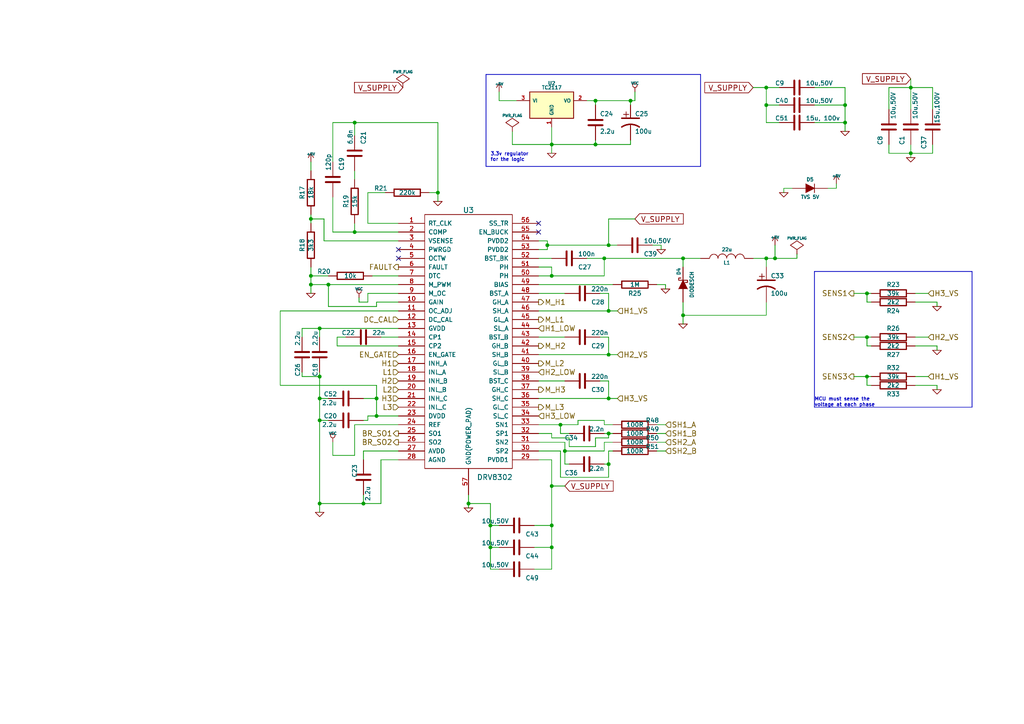
<source format=kicad_sch>
(kicad_sch (version 20230121) (generator eeschema)
  (paper "A4")
  (title_block (title "BLDC Driver 4.11") (date "21 aug 2015") (rev "4.12") (company "Benjamin Vedder"))
  (lib_symbols
    (symbol "BLDC_4-rescue:+5V" (power) (pin_names (offset 0))
      (property "Value" "+5V" (at 0 3.556 0))
      (symbol "+5V_1_1"
        (pin power_in line (at 0 0 90) (length 0) hide (name "+5V") (number "1"))
      )
    )
    (symbol "BLDC_4-rescue:C-RESCUE-BLDC_4" (pin_numbers hide) (pin_names (offset 0.254))
      (property "Reference" "C" (at 0 2.54 0))
      (property "Value" "C-RESCUE-BLDC_4" (at 0.1524 -2.159 0))
      (symbol "C-RESCUE-BLDC_4_1_1"
        (pin passive line (at 0 5.08 270) (length 4.318) (name "~") (number "1"))
        (pin passive line (at 0 -5.08 90) (length 4.318) (name "~") (number "2"))
      )
    )
    (symbol "BLDC_4-rescue:CP1-RESCUE-BLDC_4" (pin_numbers hide) (pin_names (offset 0.254) hide)
      (property "Reference" "C" (at 1.27 2.54 0))
      (property "Value" "CP1-RESCUE-BLDC_4" (at 1.27 -2.54 0))
      (symbol "CP1-RESCUE-BLDC_4_0_0"
        (text "+" (at -1.27 2.54 0) (effects (font (size 2.032 2.032))))
      )
      (symbol "CP1-RESCUE-BLDC_4_1_1"
        (pin passive line (at 0 5.08 270) (length 3.81) (name "~") (number "1"))
        (pin passive line (at 0 -5.08 90) (length 4.572) (name "~") (number "2"))
      )
    )
    (symbol "BLDC_4-rescue:DIODE" (pin_numbers hide) (pin_names (offset 1.016) hide)
      (property "Reference" "D" (at 0 2.54 0))
      (property "Value" "DIODE" (at 0 -2.54 0))
      (symbol "DIODE_1_1"
        (pin passive line (at -5.08 0 0) (length 3.81) (name "A") (number "1"))
        (pin passive line (at 5.08 0 180) (length 3.81) (name "K") (number "2"))
      )
    )
    (symbol "BLDC_4-rescue:DIODESCH" (pin_numbers hide) (pin_names (offset 1.016) hide)
      (property "Reference" "D" (at 0 2.54 0))
      (property "Value" "DIODESCH" (at 0 -2.54 0))
      (symbol "DIODESCH_1_1"
        (pin passive line (at -5.08 0 0) (length 3.81) (name "A") (number "1"))
        (pin passive line (at 5.08 0 180) (length 3.81) (name "K") (number "2"))
      )
    )
    (symbol "BLDC_4-rescue:GND-RESCUE-BLDC_4" (power) (pin_names (offset 0))
      (symbol "GND-RESCUE-BLDC_4_1_1"
        (pin power_in line (at 0 0 90) (length 0) hide (name "GND") (number "1"))
      )
    )
    (symbol "BLDC_4-rescue:INDUCTOR" (pin_numbers hide) (pin_names (offset 1.016) hide)
      (property "Reference" "L" (at -1.27 0 90))
      (property "Value" "INDUCTOR" (at 2.54 0 90))
      (symbol "INDUCTOR_1_1"
        (pin passive line (at 0 7.62 270) (length 2.54) (name "1") (number "1"))
        (pin passive line (at 0 -7.62 90) (length 2.54) (name "2") (number "2"))
      )
    )
    (symbol "BLDC_4-rescue:NCP1117ST33T3G" (pin_names (offset 0.762))
      (property "Reference" "U" (at 0 6.35 0))
      (property "Value" "NCP1117ST33T3G" (at 0 5.08 0))
      (symbol "NCP1117ST33T3G_1_1"
        (pin power_in line (at 0 -6.35 90) (length 2.54) (name "GND") (number "1"))
        (pin power_out line (at 10.16 1.27 180) (length 3.81) (name "VO") (number "2"))
        (pin power_in line (at -10.16 1.27 0) (length 3.81) (name "VI") (number "3"))
      )
    )
    (symbol "BLDC_4-rescue:PWR_FLAG" (power) (pin_numbers hide) (pin_names (offset 0) hide)
      (property "Value" "PWR_FLAG" (at 0 4.572 0))
      (symbol "PWR_FLAG_0_0"
        (pin power_out line (at 0 0 90) (length 0) (name "pwr") (number "1"))
      )
    )
    (symbol "BLDC_4-rescue:R-RESCUE-BLDC_4" (pin_numbers hide) (pin_names (offset 0))
      (property "Reference" "R" (at 2.032 0 90))
      (property "Value" "R-RESCUE-BLDC_4" (at 0.1778 0.0254 90))
      (symbol "R-RESCUE-BLDC_4_1_1"
        (pin passive line (at 0 6.35 270) (length 2.54) (name "~") (number "1"))
        (pin passive line (at 0 -6.35 90) (length 2.54) (name "~") (number "2"))
      )
    )
    (symbol "BLDC_4-rescue:VCC" (power) (pin_names (offset 0))
      (property "Value" "VCC" (at 0 3.81 0))
      (symbol "VCC_1_1"
        (pin power_in line (at 0 0 90) (length 0) hide (name "VCC") (number "1"))
      )
    )
    (symbol "CP1-RESCUE-BLDC_4_1" (pin_numbers hide) (pin_names (offset 0.254) hide)
      (property "Reference" "C" (at 1.27 2.54 0))
      (property "Value" "CP1-RESCUE-BLDC_4" (at 1.27 -2.54 0))
      (symbol "CP1-RESCUE-BLDC_4_1_0_0"
        (text "+" (at -1.27 2.54 0) (effects (font (size 2.032 2.032))))
      )
      (symbol "CP1-RESCUE-BLDC_4_1_1_1"
        (pin passive line (at 0 5.08 270) (length 3.81) (name "~") (number "1"))
        (pin passive line (at 0 -5.08 90) (length 4.572) (name "~") (number "2"))
      )
    )
    (symbol "CP1-RESCUE-BLDC_4_2" (pin_numbers hide) (pin_names (offset 0.254) hide)
      (property "Reference" "C" (at 1.27 2.54 0))
      (property "Value" "CP1-RESCUE-BLDC_4" (at 1.27 -2.54 0))
      (symbol "CP1-RESCUE-BLDC_4_2_0_0"
        (text "+" (at -1.27 2.54 0) (effects (font (size 2.032 2.032))))
      )
      (symbol "CP1-RESCUE-BLDC_4_2_1_1"
        (pin passive line (at 0 5.08 270) (length 3.81) (name "~") (number "1"))
        (pin passive line (at 0 -5.08 90) (length 4.572) (name "~") (number "2"))
      )
    )
    (symbol "INDUCTOR_1" (pin_numbers hide) (pin_names (offset 1.016) hide)
      (property "Reference" "L" (at -1.27 0 90))
      (property "Value" "INDUCTOR" (at 2.54 0 90))
      (symbol "INDUCTOR_1_1_1"
        (pin passive line (at 0 7.62 270) (length 2.54) (name "1") (number "1"))
        (pin passive line (at 0 -7.62 90) (length 2.54) (name "2") (number "2"))
      )
    )
    (symbol "crf_1:DRV8302" (pin_names (offset 1.016))
      (property "Reference" "U" (at 0 38.1 0))
      (property "Value" "DRV8302" (at 7.62 -39.37 0))
      (symbol "DRV8302_1_0"
        (pin passive line (at 20.32 21.59 180) (length 7.62) (name "PH") (number "51"))
      )
      (symbol "DRV8302_1_1"
        (pin input line (at -20.32 34.29 0) (length 7.62) (name "RT_CLK") (number "1"))
        (pin input line (at -20.32 11.43 0) (length 7.62) (name "GAIN") (number "10"))
        (pin input line (at -20.32 8.89 0) (length 7.62) (name "OC_ADJ") (number "11"))
        (pin input line (at -20.32 6.35 0) (length 7.62) (name "DC_CAL") (number "12"))
        (pin power_out line (at -20.32 3.81 0) (length 7.62) (name "GVDD") (number "13"))
        (pin power_out line (at -20.32 1.27 0) (length 7.62) (name "CP1") (number "14"))
        (pin power_out line (at -20.32 -1.27 0) (length 7.62) (name "CP2") (number "15"))
        (pin input line (at -20.32 -3.81 0) (length 7.62) (name "EN_GATE") (number "16"))
        (pin input line (at -20.32 -6.35 0) (length 7.62) (name "INH_A") (number "17"))
        (pin input line (at -20.32 -8.89 0) (length 7.62) (name "INL_A") (number "18"))
        (pin input line (at -20.32 -11.43 0) (length 7.62) (name "INH_B") (number "19"))
        (pin output line (at -20.32 31.75 0) (length 7.62) (name "COMP") (number "2"))
        (pin input line (at -20.32 -13.97 0) (length 7.62) (name "INL_B") (number "20"))
        (pin input line (at -20.32 -16.51 0) (length 7.62) (name "INH_C") (number "21"))
        (pin input line (at -20.32 -19.05 0) (length 7.62) (name "INL_C") (number "22"))
        (pin power_out line (at -20.32 -21.59 0) (length 7.62) (name "DVDD") (number "23"))
        (pin input line (at -20.32 -24.13 0) (length 7.62) (name "REF") (number "24"))
        (pin output line (at -20.32 -26.67 0) (length 7.62) (name "SO1") (number "25"))
        (pin output line (at -20.32 -29.21 0) (length 7.62) (name "SO2") (number "26"))
        (pin power_out line (at -20.32 -31.75 0) (length 7.62) (name "AVDD") (number "27"))
        (pin power_in line (at -20.32 -34.29 0) (length 7.62) (name "AGND") (number "28"))
        (pin power_in line (at 20.32 -34.29 180) (length 7.62) (name "PVDD1") (number "29"))
        (pin input line (at -20.32 29.21 0) (length 7.62) (name "VSENSE") (number "3"))
        (pin input line (at 20.32 -31.75 180) (length 7.62) (name "SP2") (number "30"))
        (pin input line (at 20.32 -29.21 180) (length 7.62) (name "SN2") (number "31"))
        (pin input line (at 20.32 -26.67 180) (length 7.62) (name "SP1") (number "32"))
        (pin input line (at 20.32 -24.13 180) (length 7.62) (name "SN1") (number "33"))
        (pin input line (at 20.32 -21.59 180) (length 7.62) (name "SL_C") (number "34"))
        (pin output line (at 20.32 -19.05 180) (length 7.62) (name "GL_C") (number "35"))
        (pin input line (at 20.32 -16.51 180) (length 7.62) (name "SH_C") (number "36"))
        (pin output line (at 20.32 -13.97 180) (length 7.62) (name "GH_C") (number "37"))
        (pin power_out line (at 20.32 -11.43 180) (length 7.62) (name "BST_C") (number "38"))
        (pin input line (at 20.32 -8.89 180) (length 7.62) (name "SL_B") (number "39"))
        (pin input line (at -20.32 26.67 0) (length 7.62) (name "PWRGD") (number "4"))
        (pin output line (at 20.32 -6.35 180) (length 7.62) (name "GL_B") (number "40"))
        (pin input line (at 20.32 -3.81 180) (length 7.62) (name "SH_B") (number "41"))
        (pin output line (at 20.32 -1.27 180) (length 7.62) (name "GH_B") (number "42"))
        (pin power_out line (at 20.32 1.27 180) (length 7.62) (name "BST_B") (number "43"))
        (pin input line (at 20.32 3.81 180) (length 7.62) (name "SL_A") (number "44"))
        (pin output line (at 20.32 6.35 180) (length 7.62) (name "GL_A") (number "45"))
        (pin input line (at 20.32 8.89 180) (length 7.62) (name "SH_A") (number "46"))
        (pin output line (at 20.32 11.43 180) (length 7.62) (name "GH_A") (number "47"))
        (pin power_out line (at 20.32 13.97 180) (length 7.62) (name "BST_A") (number "48"))
        (pin input line (at 20.32 16.51 180) (length 7.62) (name "BIAS") (number "49"))
        (pin output line (at -20.32 24.13 0) (length 7.62) (name "OCTW") (number "5"))
        (pin output line (at 20.32 19.05 180) (length 7.62) (name "PH") (number "50"))
        (pin power_out line (at 20.32 24.13 180) (length 7.62) (name "BST_BK") (number "52"))
        (pin power_in line (at 20.32 26.67 180) (length 7.62) (name "PVDD2") (number "53"))
        (pin power_in line (at 20.32 29.21 180) (length 7.62) (name "PVDD2") (number "54"))
        (pin input line (at 20.32 31.75 180) (length 7.62) (name "EN_BUCK") (number "55"))
        (pin input line (at 20.32 34.29 180) (length 7.62) (name "SS_TR") (number "56"))
        (pin power_in line (at 0 -44.45 90) (length 7.62) (name "GND(POWER_PAD)") (number "57"))
        (pin output line (at -20.32 21.59 0) (length 7.62) (name "FAULT") (number "6"))
        (pin input line (at -20.32 19.05 0) (length 7.62) (name "DTC") (number "7"))
        (pin input line (at -20.32 16.51 0) (length 7.62) (name "M_PWM") (number "8"))
        (pin input line (at -20.32 13.97 0) (length 7.62) (name "M_OC") (number "9"))
      )
    )
  )
  (junction (at 172.72 29.21))
  (junction (at 172.72 29.21))
  (junction (at 92.71 95.25))
  (junction (at 92.71 95.25))
  (junction (at 105.41 146.05))
  (junction (at 105.41 146.05))
  (junction (at 160.02 41.91))
  (junction (at 160.02 41.91))
  (junction (at 90.17 80.01))
  (junction (at 90.17 80.01))
  (junction (at 160.02 140.97))
  (junction (at 160.02 140.97))
  (junction (at 175.26 74.93))
  (junction (at 175.26 74.93))
  (junction (at 264.16 44.45))
  (junction (at 264.16 44.45))
  (junction (at 182.88 29.21))
  (junction (at 182.88 29.21))
  (junction (at 176.53 125.73))
  (junction (at 176.53 125.73))
  (junction (at 142.24 152.4))
  (junction (at 142.24 152.4))
  (junction (at 160.02 80.01))
  (junction (at 160.02 80.01))
  (junction (at 251.46 85.09))
  (junction (at 251.46 85.09))
  (junction (at 245.11 35.56))
  (junction (at 245.11 35.56))
  (junction (at 92.71 121.92))
  (junction (at 92.71 121.92))
  (junction (at 176.53 115.57))
  (junction (at 176.53 115.57))
  (junction (at 160.02 152.4))
  (junction (at 160.02 152.4))
  (junction (at 176.53 90.17))
  (junction (at 176.53 90.17))
  (junction (at 176.53 102.87))
  (junction (at 176.53 102.87))
  (junction (at 222.25 25.4))
  (junction (at 222.25 25.4))
  (junction (at 135.89 146.05))
  (junction (at 135.89 146.05))
  (junction (at 160.02 158.75))
  (junction (at 160.02 158.75))
  (junction (at 251.46 97.79))
  (junction (at 251.46 97.79))
  (junction (at 222.25 74.93))
  (junction (at 222.25 74.93))
  (junction (at 92.71 109.22))
  (junction (at 92.71 109.22))
  (junction (at 95.25 82.55))
  (junction (at 95.25 82.55))
  (junction (at 172.72 41.91))
  (junction (at 172.72 41.91))
  (junction (at 92.71 146.05))
  (junction (at 92.71 146.05))
  (junction (at 224.79 74.93))
  (junction (at 224.79 74.93))
  (junction (at 176.53 134.62))
  (junction (at 176.53 134.62))
  (junction (at 245.11 30.48))
  (junction (at 245.11 30.48))
  (junction (at 222.25 30.48))
  (junction (at 222.25 30.48))
  (junction (at 109.22 120.65))
  (junction (at 109.22 120.65))
  (junction (at 251.46 109.22))
  (junction (at 251.46 109.22))
  (junction (at 102.87 35.56))
  (junction (at 102.87 35.56))
  (junction (at 162.56 123.19))
  (junction (at 162.56 123.19))
  (junction (at 176.53 71.12))
  (junction (at 176.53 71.12))
  (junction (at 90.17 82.55))
  (junction (at 90.17 82.55))
  (junction (at 163.83 130.81))
  (junction (at 163.83 130.81))
  (junction (at 92.71 115.57))
  (junction (at 92.71 115.57))
  (junction (at 198.12 74.93))
  (junction (at 198.12 74.93))
  (junction (at 142.24 158.75))
  (junction (at 142.24 158.75))
  (junction (at 127 55.88))
  (junction (at 127 55.88))
  (junction (at 109.22 115.57))
  (junction (at 109.22 115.57))
  (junction (at 102.87 67.31))
  (junction (at 102.87 67.31))
  (junction (at 158.75 71.12))
  (junction (at 158.75 71.12))
  (junction (at 90.17 63.5))
  (junction (at 90.17 63.5))
  (junction (at 264.16 25.4))
  (junction (at 264.16 25.4))
  (junction (at 198.12 91.44))
  (junction (at 198.12 91.44))
  (no_connect (at 115.57 72.39))
  (no_connect (at 115.57 72.39))
  (no_connect (at 115.57 74.93))
  (no_connect (at 115.57 74.93))
  (no_connect (at 156.21 64.77))
  (no_connect (at 156.21 64.77))
  (no_connect (at 156.21 67.31))
  (no_connect (at 156.21 67.31))
  (wire (pts (xy 102.87 132.08) (xy 96.52 132.08)))
  (wire (pts (xy 102.87 132.08) (xy 96.52 132.08)))
  (wire (pts (xy 160.02 158.75) (xy 160.02 165.1)))
  (wire (pts (xy 160.02 158.75) (xy 160.02 165.1)))
  (wire (pts (xy 160.02 165.1) (xy 154.94 165.1)))
  (wire (pts (xy 160.02 165.1) (xy 154.94 165.1)))
  (polyline (pts (xy 140.97 21.59) (xy 140.97 48.26)))
  (polyline (pts (xy 140.97 21.59) (xy 140.97 48.26)))
  (wire (pts (xy 172.72 29.21) (xy 182.88 29.21)))
  (wire (pts (xy 172.72 29.21) (xy 182.88 29.21)))
  (wire (pts (xy 92.71 115.57) (xy 92.71 121.92)))
  (wire (pts (xy 92.71 115.57) (xy 92.71 121.92)))
  (wire (pts (xy 106.68 85.09) (xy 115.57 85.09)))
  (wire (pts (xy 106.68 85.09) (xy 115.57 85.09)))
  (wire (pts (xy 167.64 121.92) (xy 175.26 121.92)))
  (wire (pts (xy 167.64 121.92) (xy 175.26 121.92)))
  (wire (pts (xy 191.77 71.12) (xy 191.77 72.39)))
  (wire (pts (xy 191.77 71.12) (xy 191.77 72.39)))
  (wire (pts (xy 222.25 91.44) (xy 222.25 87.63)))
  (wire (pts (xy 222.25 91.44) (xy 222.25 87.63)))
  (wire (pts (xy 163.83 128.27) (xy 156.21 128.27)))
  (wire (pts (xy 163.83 128.27) (xy 156.21 128.27)))
  (wire (pts (xy 265.43 109.22) (xy 269.24 109.22)))
  (wire (pts (xy 265.43 109.22) (xy 269.24 109.22)))
  (wire (pts (xy 96.52 57.15) (xy 96.52 67.31)))
  (wire (pts (xy 96.52 57.15) (xy 96.52 67.31)))
  (wire (pts (xy 270.51 25.4) (xy 270.51 31.75)))
  (wire (pts (xy 270.51 25.4) (xy 270.51 31.75)))
  (wire (pts (xy 190.5 123.19) (xy 193.04 123.19)))
  (wire (pts (xy 190.5 123.19) (xy 193.04 123.19)))
  (wire (pts (xy 264.16 25.4) (xy 270.51 25.4)))
  (wire (pts (xy 264.16 25.4) (xy 270.51 25.4)))
  (wire (pts (xy 115.57 64.77) (xy 106.68 64.77)))
  (wire (pts (xy 115.57 64.77) (xy 106.68 64.77)))
  (wire (pts (xy 105.41 146.05) (xy 105.41 143.51)))
  (wire (pts (xy 105.41 146.05) (xy 105.41 143.51)))
  (wire (pts (xy 175.26 80.01) (xy 175.26 74.93)))
  (wire (pts (xy 175.26 80.01) (xy 175.26 74.93)))
  (wire (pts (xy 175.26 128.27) (xy 175.26 130.81)))
  (wire (pts (xy 175.26 128.27) (xy 175.26 130.81)))
  (wire (pts (xy 190.5 125.73) (xy 193.04 125.73)))
  (wire (pts (xy 190.5 125.73) (xy 193.04 125.73)))
  (wire (pts (xy 92.71 146.05) (xy 92.71 148.59)))
  (wire (pts (xy 92.71 146.05) (xy 92.71 148.59)))
  (wire (pts (xy 271.78 100.33) (xy 271.78 101.6)))
  (wire (pts (xy 271.78 100.33) (xy 271.78 101.6)))
  (wire (pts (xy 245.11 35.56) (xy 236.22 35.56)))
  (wire (pts (xy 245.11 35.56) (xy 236.22 35.56)))
  (wire (pts (xy 222.25 30.48) (xy 222.25 35.56)))
  (wire (pts (xy 222.25 30.48) (xy 222.25 35.56)))
  (wire (pts (xy 222.25 25.4) (xy 222.25 30.48)))
  (wire (pts (xy 222.25 25.4) (xy 222.25 30.48)))
  (wire (pts (xy 165.1 127) (xy 160.02 127)))
  (wire (pts (xy 165.1 127) (xy 160.02 127)))
  (wire (pts (xy 165.1 125.73) (xy 162.56 125.73)))
  (wire (pts (xy 165.1 125.73) (xy 162.56 125.73)))
  (wire (pts (xy 176.53 102.87) (xy 179.07 102.87)))
  (wire (pts (xy 176.53 102.87) (xy 179.07 102.87)))
  (wire (pts (xy 176.53 130.81) (xy 177.8 130.81)))
  (wire (pts (xy 176.53 130.81) (xy 177.8 130.81)))
  (wire (pts (xy 87.63 97.79) (xy 87.63 95.25)))
  (wire (pts (xy 87.63 97.79) (xy 87.63 95.25)))
  (wire (pts (xy 175.26 130.81) (xy 163.83 130.81)))
  (wire (pts (xy 175.26 130.81) (xy 163.83 130.81)))
  (wire (pts (xy 110.49 97.79) (xy 115.57 97.79)))
  (wire (pts (xy 110.49 97.79) (xy 115.57 97.79)))
  (wire (pts (xy 93.98 63.5) (xy 90.17 63.5)))
  (wire (pts (xy 93.98 63.5) (xy 90.17 63.5)))
  (wire (pts (xy 265.43 87.63) (xy 271.78 87.63)))
  (wire (pts (xy 265.43 87.63) (xy 271.78 87.63)))
  (wire (pts (xy 226.06 30.48) (xy 222.25 30.48)))
  (wire (pts (xy 226.06 30.48) (xy 222.25 30.48)))
  (wire (pts (xy 148.59 41.91) (xy 148.59 38.1)))
  (wire (pts (xy 148.59 41.91) (xy 148.59 38.1)))
  (wire (pts (xy 251.46 97.79) (xy 252.73 97.79)))
  (wire (pts (xy 251.46 97.79) (xy 252.73 97.79)))
  (wire (pts (xy 176.53 125.73) (xy 176.53 127)))
  (wire (pts (xy 176.53 125.73) (xy 176.53 127)))
  (wire (pts (xy 90.17 82.55) (xy 90.17 85.09)))
  (wire (pts (xy 90.17 82.55) (xy 90.17 85.09)))
  (wire (pts (xy 109.22 87.63) (xy 109.22 88.9)))
  (wire (pts (xy 109.22 87.63) (xy 109.22 88.9)))
  (wire (pts (xy 95.25 82.55) (xy 115.57 82.55)))
  (wire (pts (xy 95.25 82.55) (xy 115.57 82.55)))
  (wire (pts (xy 154.94 152.4) (xy 160.02 152.4)))
  (wire (pts (xy 154.94 152.4) (xy 160.02 152.4)))
  (polyline (pts (xy 203.2 48.26) (xy 203.2 21.59)))
  (polyline (pts (xy 203.2 48.26) (xy 203.2 21.59)))
  (wire (pts (xy 251.46 111.76) (xy 251.46 109.22)))
  (wire (pts (xy 251.46 111.76) (xy 251.46 109.22)))
  (wire (pts (xy 115.57 133.35) (xy 110.49 133.35)))
  (wire (pts (xy 115.57 133.35) (xy 110.49 133.35)))
  (wire (pts (xy 106.68 121.92) (xy 106.68 120.65)))
  (wire (pts (xy 106.68 121.92) (xy 106.68 120.65)))
  (wire (pts (xy 127 35.56) (xy 127 55.88)))
  (wire (pts (xy 127 35.56) (xy 127 55.88)))
  (wire (pts (xy 160.02 74.93) (xy 156.21 74.93)))
  (wire (pts (xy 160.02 74.93) (xy 156.21 74.93)))
  (wire (pts (xy 156.21 77.47) (xy 160.02 77.47)))
  (wire (pts (xy 156.21 77.47) (xy 160.02 77.47)))
  (wire (pts (xy 252.73 87.63) (xy 251.46 87.63)))
  (wire (pts (xy 252.73 87.63) (xy 251.46 87.63)))
  (wire (pts (xy 227.33 55.88) (xy 227.33 54.61)))
  (wire (pts (xy 227.33 55.88) (xy 227.33 54.61)))
  (wire (pts (xy 104.14 87.63) (xy 106.68 87.63)))
  (wire (pts (xy 104.14 87.63) (xy 106.68 87.63)))
  (wire (pts (xy 175.26 121.92) (xy 175.26 123.19)))
  (wire (pts (xy 175.26 121.92) (xy 175.26 123.19)))
  (wire (pts (xy 163.83 128.27) (xy 163.83 130.81)))
  (wire (pts (xy 163.83 128.27) (xy 163.83 130.81)))
  (wire (pts (xy 160.02 80.01) (xy 175.26 80.01)))
  (wire (pts (xy 160.02 80.01) (xy 175.26 80.01)))
  (wire (pts (xy 257.81 31.75) (xy 257.81 25.4)))
  (wire (pts (xy 257.81 31.75) (xy 257.81 25.4)))
  (wire (pts (xy 142.24 146.05) (xy 142.24 152.4)))
  (wire (pts (xy 142.24 146.05) (xy 142.24 152.4)))
  (wire (pts (xy 271.78 111.76) (xy 271.78 113.03)))
  (wire (pts (xy 271.78 111.76) (xy 271.78 113.03)))
  (wire (pts (xy 242.57 54.61) (xy 242.57 53.34)))
  (wire (pts (xy 242.57 54.61) (xy 242.57 53.34)))
  (wire (pts (xy 109.22 111.76) (xy 109.22 115.57)))
  (wire (pts (xy 109.22 111.76) (xy 109.22 115.57)))
  (wire (pts (xy 177.8 128.27) (xy 175.26 128.27)))
  (wire (pts (xy 177.8 128.27) (xy 175.26 128.27)))
  (wire (pts (xy 127 55.88) (xy 127 58.42)))
  (wire (pts (xy 127 55.88) (xy 127 58.42)))
  (wire (pts (xy 163.83 130.81) (xy 163.83 134.62)))
  (wire (pts (xy 163.83 130.81) (xy 163.83 134.62)))
  (wire (pts (xy 173.99 85.09) (xy 176.53 85.09)))
  (wire (pts (xy 173.99 85.09) (xy 176.53 85.09)))
  (wire (pts (xy 265.43 100.33) (xy 271.78 100.33)))
  (wire (pts (xy 265.43 100.33) (xy 271.78 100.33)))
  (wire (pts (xy 198.12 87.63) (xy 198.12 91.44)))
  (wire (pts (xy 198.12 87.63) (xy 198.12 91.44)))
  (wire (pts (xy 160.02 140.97) (xy 163.83 140.97)))
  (wire (pts (xy 160.02 140.97) (xy 163.83 140.97)))
  (wire (pts (xy 104.14 86.36) (xy 104.14 87.63)))
  (wire (pts (xy 104.14 86.36) (xy 104.14 87.63)))
  (wire (pts (xy 81.28 90.17) (xy 81.28 111.76)))
  (wire (pts (xy 81.28 90.17) (xy 81.28 111.76)))
  (wire (pts (xy 92.71 95.25) (xy 115.57 95.25)))
  (wire (pts (xy 92.71 95.25) (xy 115.57 95.25)))
  (wire (pts (xy 182.88 29.21) (xy 182.88 30.48)))
  (wire (pts (xy 182.88 29.21) (xy 182.88 30.48)))
  (wire (pts (xy 105.41 115.57) (xy 109.22 115.57)))
  (wire (pts (xy 105.41 115.57) (xy 109.22 115.57)))
  (wire (pts (xy 96.52 132.08) (xy 96.52 128.27)))
  (wire (pts (xy 96.52 132.08) (xy 96.52 128.27)))
  (wire (pts (xy 176.53 138.43) (xy 162.56 138.43)))
  (wire (pts (xy 176.53 138.43) (xy 162.56 138.43)))
  (wire (pts (xy 176.53 63.5) (xy 176.53 71.12)))
  (wire (pts (xy 176.53 63.5) (xy 176.53 71.12)))
  (wire (pts (xy 95.25 88.9) (xy 95.25 82.55)))
  (wire (pts (xy 95.25 88.9) (xy 95.25 82.55)))
  (wire (pts (xy 271.78 87.63) (xy 271.78 88.9)))
  (wire (pts (xy 271.78 87.63) (xy 271.78 88.9)))
  (wire (pts (xy 189.23 71.12) (xy 191.77 71.12)))
  (wire (pts (xy 189.23 71.12) (xy 191.77 71.12)))
  (wire (pts (xy 224.79 74.93) (xy 231.14 74.93)))
  (wire (pts (xy 224.79 74.93) (xy 231.14 74.93)))
  (wire (pts (xy 264.16 22.86) (xy 264.16 25.4)))
  (wire (pts (xy 264.16 22.86) (xy 264.16 25.4)))
  (wire (pts (xy 251.46 97.79) (xy 251.46 100.33)))
  (wire (pts (xy 251.46 97.79) (xy 251.46 100.33)))
  (wire (pts (xy 264.16 25.4) (xy 264.16 31.75)))
  (wire (pts (xy 264.16 25.4) (xy 264.16 31.75)))
  (wire (pts (xy 198.12 91.44) (xy 198.12 93.98)))
  (wire (pts (xy 198.12 91.44) (xy 198.12 93.98)))
  (wire (pts (xy 190.5 128.27) (xy 193.04 128.27)))
  (wire (pts (xy 190.5 128.27) (xy 193.04 128.27)))
  (wire (pts (xy 257.81 44.45) (xy 264.16 44.45)))
  (wire (pts (xy 257.81 44.45) (xy 264.16 44.45)))
  (wire (pts (xy 92.71 109.22) (xy 92.71 115.57)))
  (wire (pts (xy 92.71 109.22) (xy 92.71 115.57)))
  (wire (pts (xy 115.57 123.19) (xy 102.87 123.19)))
  (wire (pts (xy 115.57 123.19) (xy 102.87 123.19)))
  (wire (pts (xy 156.21 90.17) (xy 176.53 90.17)))
  (wire (pts (xy 156.21 90.17) (xy 176.53 90.17)))
  (wire (pts (xy 115.57 87.63) (xy 109.22 87.63)))
  (wire (pts (xy 115.57 87.63) (xy 109.22 87.63)))
  (wire (pts (xy 96.52 46.99) (xy 96.52 35.56)))
  (wire (pts (xy 96.52 46.99) (xy 96.52 35.56)))
  (wire (pts (xy 184.15 29.21) (xy 184.15 26.67)))
  (wire (pts (xy 184.15 29.21) (xy 184.15 26.67)))
  (wire (pts (xy 149.86 29.21) (xy 144.78 29.21)))
  (wire (pts (xy 149.86 29.21) (xy 144.78 29.21)))
  (wire (pts (xy 105.41 146.05) (xy 92.71 146.05)))
  (wire (pts (xy 105.41 146.05) (xy 92.71 146.05)))
  (wire (pts (xy 172.72 29.21) (xy 172.72 30.48)))
  (wire (pts (xy 172.72 29.21) (xy 172.72 30.48)))
  (wire (pts (xy 162.56 130.81) (xy 156.21 130.81)))
  (wire (pts (xy 162.56 130.81) (xy 156.21 130.81)))
  (wire (pts (xy 257.81 25.4) (xy 264.16 25.4)))
  (wire (pts (xy 257.81 25.4) (xy 264.16 25.4)))
  (wire (pts (xy 163.83 85.09) (xy 156.21 85.09)))
  (wire (pts (xy 163.83 85.09) (xy 156.21 85.09)))
  (polyline (pts (xy 281.94 78.74) (xy 236.22 78.74)))
  (polyline (pts (xy 281.94 78.74) (xy 236.22 78.74)))
  (wire (pts (xy 102.87 123.19) (xy 102.87 132.08)))
  (wire (pts (xy 102.87 123.19) (xy 102.87 132.08)))
  (wire (pts (xy 92.71 121.92) (xy 92.71 146.05)))
  (wire (pts (xy 92.71 121.92) (xy 92.71 146.05)))
  (wire (pts (xy 106.68 120.65) (xy 109.22 120.65)))
  (wire (pts (xy 106.68 120.65) (xy 109.22 120.65)))
  (wire (pts (xy 81.28 90.17) (xy 115.57 90.17)))
  (wire (pts (xy 81.28 90.17) (xy 115.57 90.17)))
  (wire (pts (xy 90.17 46.99) (xy 90.17 49.53)))
  (wire (pts (xy 90.17 46.99) (xy 90.17 49.53)))
  (wire (pts (xy 90.17 80.01) (xy 90.17 82.55)))
  (wire (pts (xy 90.17 80.01) (xy 90.17 82.55)))
  (wire (pts (xy 160.02 152.4) (xy 160.02 158.75)))
  (wire (pts (xy 160.02 152.4) (xy 160.02 158.75)))
  (wire (pts (xy 110.49 133.35) (xy 110.49 146.05)))
  (wire (pts (xy 110.49 133.35) (xy 110.49 146.05)))
  (wire (pts (xy 97.79 97.79) (xy 100.33 97.79)))
  (wire (pts (xy 97.79 97.79) (xy 100.33 97.79)))
  (wire (pts (xy 245.11 35.56) (xy 245.11 38.1)))
  (wire (pts (xy 245.11 35.56) (xy 245.11 38.1)))
  (wire (pts (xy 160.02 41.91) (xy 160.02 44.45)))
  (wire (pts (xy 160.02 41.91) (xy 160.02 44.45)))
  (wire (pts (xy 106.68 64.77) (xy 106.68 55.88)))
  (wire (pts (xy 106.68 64.77) (xy 106.68 55.88)))
  (polyline (pts (xy 203.2 21.59) (xy 140.97 21.59)))
  (polyline (pts (xy 203.2 21.59) (xy 140.97 21.59)))
  (wire (pts (xy 222.25 74.93) (xy 224.79 74.93)))
  (wire (pts (xy 222.25 74.93) (xy 224.79 74.93)))
  (wire (pts (xy 265.43 97.79) (xy 269.24 97.79)))
  (wire (pts (xy 265.43 97.79) (xy 269.24 97.79)))
  (wire (pts (xy 176.53 63.5) (xy 184.15 63.5)))
  (wire (pts (xy 176.53 63.5) (xy 184.15 63.5)))
  (wire (pts (xy 87.63 95.25) (xy 92.71 95.25)))
  (wire (pts (xy 87.63 95.25) (xy 92.71 95.25)))
  (wire (pts (xy 93.98 69.85) (xy 93.98 63.5)))
  (wire (pts (xy 93.98 69.85) (xy 93.98 63.5)))
  (wire (pts (xy 156.21 133.35) (xy 160.02 133.35)))
  (wire (pts (xy 156.21 133.35) (xy 160.02 133.35)))
  (wire (pts (xy 165.1 129.54) (xy 165.1 127)))
  (wire (pts (xy 165.1 129.54) (xy 165.1 127)))
  (wire (pts (xy 158.75 69.85) (xy 158.75 71.12)))
  (wire (pts (xy 158.75 69.85) (xy 158.75 71.12)))
  (wire (pts (xy 160.02 36.83) (xy 160.02 41.91)))
  (wire (pts (xy 160.02 36.83) (xy 160.02 41.91)))
  (wire (pts (xy 95.25 115.57) (xy 92.71 115.57)))
  (wire (pts (xy 95.25 115.57) (xy 92.71 115.57)))
  (wire (pts (xy 182.88 41.91) (xy 182.88 40.64)))
  (wire (pts (xy 182.88 41.91) (xy 182.88 40.64)))
  (wire (pts (xy 160.02 125.73) (xy 156.21 125.73)))
  (wire (pts (xy 160.02 125.73) (xy 156.21 125.73)))
  (wire (pts (xy 135.89 146.05) (xy 142.24 146.05)))
  (wire (pts (xy 135.89 146.05) (xy 142.24 146.05)))
  (wire (pts (xy 227.33 54.61) (xy 229.87 54.61)))
  (wire (pts (xy 227.33 54.61) (xy 229.87 54.61)))
  (wire (pts (xy 102.87 35.56) (xy 102.87 39.37)))
  (wire (pts (xy 102.87 35.56) (xy 102.87 39.37)))
  (wire (pts (xy 175.26 123.19) (xy 177.8 123.19)))
  (wire (pts (xy 175.26 123.19) (xy 177.8 123.19)))
  (wire (pts (xy 176.53 125.73) (xy 177.8 125.73)))
  (wire (pts (xy 176.53 125.73) (xy 177.8 125.73)))
  (wire (pts (xy 115.57 69.85) (xy 93.98 69.85)))
  (wire (pts (xy 115.57 69.85) (xy 93.98 69.85)))
  (wire (pts (xy 247.65 97.79) (xy 251.46 97.79)))
  (wire (pts (xy 247.65 97.79) (xy 251.46 97.79)))
  (wire (pts (xy 105.41 121.92) (xy 106.68 121.92)))
  (wire (pts (xy 105.41 121.92) (xy 106.68 121.92)))
  (wire (pts (xy 173.99 110.49) (xy 176.53 110.49)))
  (wire (pts (xy 173.99 110.49) (xy 176.53 110.49)))
  (wire (pts (xy 247.65 109.22) (xy 251.46 109.22)))
  (wire (pts (xy 247.65 109.22) (xy 251.46 109.22)))
  (wire (pts (xy 172.72 127) (xy 172.72 129.54)))
  (wire (pts (xy 172.72 127) (xy 172.72 129.54)))
  (wire (pts (xy 162.56 138.43) (xy 162.56 130.81)))
  (wire (pts (xy 162.56 138.43) (xy 162.56 130.81)))
  (wire (pts (xy 102.87 52.07) (xy 102.87 49.53)))
  (wire (pts (xy 102.87 52.07) (xy 102.87 49.53)))
  (wire (pts (xy 236.22 25.4) (xy 245.11 25.4)))
  (wire (pts (xy 236.22 25.4) (xy 245.11 25.4)))
  (wire (pts (xy 265.43 111.76) (xy 271.78 111.76)))
  (wire (pts (xy 265.43 111.76) (xy 271.78 111.76)))
  (wire (pts (xy 172.72 129.54) (xy 165.1 129.54)))
  (wire (pts (xy 172.72 129.54) (xy 165.1 129.54)))
  (wire (pts (xy 158.75 72.39) (xy 156.21 72.39)))
  (wire (pts (xy 158.75 72.39) (xy 156.21 72.39)))
  (wire (pts (xy 106.68 55.88) (xy 111.76 55.88)))
  (wire (pts (xy 106.68 55.88) (xy 111.76 55.88)))
  (wire (pts (xy 172.72 41.91) (xy 172.72 40.64)))
  (wire (pts (xy 172.72 41.91) (xy 172.72 40.64)))
  (wire (pts (xy 160.02 77.47) (xy 160.02 80.01)))
  (wire (pts (xy 160.02 77.47) (xy 160.02 80.01)))
  (wire (pts (xy 163.83 97.79) (xy 156.21 97.79)))
  (wire (pts (xy 163.83 97.79) (xy 156.21 97.79)))
  (wire (pts (xy 158.75 71.12) (xy 176.53 71.12)))
  (wire (pts (xy 158.75 71.12) (xy 176.53 71.12)))
  (wire (pts (xy 160.02 127) (xy 160.02 125.73)))
  (wire (pts (xy 160.02 127) (xy 160.02 125.73)))
  (wire (pts (xy 231.14 74.93) (xy 231.14 73.66)))
  (wire (pts (xy 231.14 74.93) (xy 231.14 73.66)))
  (wire (pts (xy 247.65 85.09) (xy 251.46 85.09)))
  (wire (pts (xy 247.65 85.09) (xy 251.46 85.09)))
  (wire (pts (xy 172.72 41.91) (xy 182.88 41.91)))
  (wire (pts (xy 172.72 41.91) (xy 182.88 41.91)))
  (wire (pts (xy 109.22 115.57) (xy 109.22 120.65)))
  (wire (pts (xy 109.22 115.57) (xy 109.22 120.65)))
  (wire (pts (xy 144.78 152.4) (xy 142.24 152.4)))
  (wire (pts (xy 144.78 152.4) (xy 142.24 152.4)))
  (wire (pts (xy 270.51 44.45) (xy 270.51 41.91)))
  (wire (pts (xy 270.51 44.45) (xy 270.51 41.91)))
  (wire (pts (xy 176.53 110.49) (xy 176.53 115.57)))
  (wire (pts (xy 176.53 110.49) (xy 176.53 115.57)))
  (wire (pts (xy 142.24 165.1) (xy 144.78 165.1)))
  (wire (pts (xy 142.24 165.1) (xy 144.78 165.1)))
  (wire (pts (xy 124.46 55.88) (xy 127 55.88)))
  (wire (pts (xy 124.46 55.88) (xy 127 55.88)))
  (wire (pts (xy 87.63 109.22) (xy 92.71 109.22)))
  (wire (pts (xy 87.63 109.22) (xy 92.71 109.22)))
  (wire (pts (xy 176.53 90.17) (xy 179.07 90.17)))
  (wire (pts (xy 176.53 90.17) (xy 179.07 90.17)))
  (wire (pts (xy 176.53 71.12) (xy 179.07 71.12)))
  (wire (pts (xy 176.53 71.12) (xy 179.07 71.12)))
  (wire (pts (xy 96.52 67.31) (xy 102.87 67.31)))
  (wire (pts (xy 96.52 67.31) (xy 102.87 67.31)))
  (wire (pts (xy 109.22 120.65) (xy 115.57 120.65)))
  (wire (pts (xy 109.22 120.65) (xy 115.57 120.65)))
  (wire (pts (xy 162.56 123.19) (xy 167.64 123.19)))
  (wire (pts (xy 162.56 123.19) (xy 167.64 123.19)))
  (wire (pts (xy 156.21 123.19) (xy 162.56 123.19)))
  (wire (pts (xy 156.21 123.19) (xy 162.56 123.19)))
  (wire (pts (xy 175.26 125.73) (xy 176.53 125.73)))
  (wire (pts (xy 175.26 125.73) (xy 176.53 125.73)))
  (wire (pts (xy 163.83 134.62) (xy 165.1 134.62)))
  (wire (pts (xy 163.83 134.62) (xy 165.1 134.62)))
  (wire (pts (xy 173.99 97.79) (xy 176.53 97.79)))
  (wire (pts (xy 173.99 97.79) (xy 176.53 97.79)))
  (wire (pts (xy 264.16 41.91) (xy 264.16 44.45)))
  (wire (pts (xy 264.16 41.91) (xy 264.16 44.45)))
  (wire (pts (xy 252.73 111.76) (xy 251.46 111.76)))
  (wire (pts (xy 252.73 111.76) (xy 251.46 111.76)))
  (wire (pts (xy 110.49 146.05) (xy 105.41 146.05)))
  (wire (pts (xy 110.49 146.05) (xy 105.41 146.05)))
  (wire (pts (xy 222.25 25.4) (xy 226.06 25.4)))
  (wire (pts (xy 222.25 25.4) (xy 226.06 25.4)))
  (wire (pts (xy 156.21 69.85) (xy 158.75 69.85)))
  (wire (pts (xy 156.21 69.85) (xy 158.75 69.85)))
  (wire (pts (xy 190.5 130.81) (xy 193.04 130.81)))
  (wire (pts (xy 190.5 130.81) (xy 193.04 130.81)))
  (wire (pts (xy 142.24 152.4) (xy 142.24 158.75)))
  (wire (pts (xy 142.24 152.4) (xy 142.24 158.75)))
  (wire (pts (xy 182.88 29.21) (xy 184.15 29.21)))
  (wire (pts (xy 182.88 29.21) (xy 184.15 29.21)))
  (wire (pts (xy 198.12 74.93) (xy 203.2 74.93)))
  (wire (pts (xy 198.12 74.93) (xy 203.2 74.93)))
  (wire (pts (xy 142.24 158.75) (xy 142.24 165.1)))
  (wire (pts (xy 142.24 158.75) (xy 142.24 165.1)))
  (wire (pts (xy 175.26 134.62) (xy 176.53 134.62)))
  (wire (pts (xy 175.26 134.62) (xy 176.53 134.62)))
  (wire (pts (xy 218.44 74.93) (xy 222.25 74.93)))
  (wire (pts (xy 218.44 74.93) (xy 222.25 74.93)))
  (wire (pts (xy 90.17 77.47) (xy 90.17 80.01)))
  (wire (pts (xy 90.17 77.47) (xy 90.17 80.01)))
  (wire (pts (xy 176.53 115.57) (xy 179.07 115.57)))
  (wire (pts (xy 176.53 115.57) (xy 179.07 115.57)))
  (wire (pts (xy 240.03 54.61) (xy 242.57 54.61)))
  (wire (pts (xy 240.03 54.61) (xy 242.57 54.61)))
  (wire (pts (xy 142.24 158.75) (xy 144.78 158.75)))
  (wire (pts (xy 142.24 158.75) (xy 144.78 158.75)))
  (wire (pts (xy 92.71 95.25) (xy 92.71 97.79)))
  (wire (pts (xy 92.71 95.25) (xy 92.71 97.79)))
  (wire (pts (xy 236.22 30.48) (xy 245.11 30.48)))
  (wire (pts (xy 236.22 30.48) (xy 245.11 30.48)))
  (wire (pts (xy 170.18 29.21) (xy 172.72 29.21)))
  (wire (pts (xy 170.18 29.21) (xy 172.72 29.21)))
  (polyline (pts (xy 281.94 118.11) (xy 281.94 78.74)))
  (polyline (pts (xy 281.94 118.11) (xy 281.94 78.74)))
  (wire (pts (xy 193.04 82.55) (xy 193.04 83.82)))
  (wire (pts (xy 193.04 82.55) (xy 193.04 83.82)))
  (wire (pts (xy 158.75 71.12) (xy 158.75 72.39)))
  (wire (pts (xy 158.75 71.12) (xy 158.75 72.39)))
  (wire (pts (xy 81.28 111.76) (xy 109.22 111.76)))
  (wire (pts (xy 81.28 111.76) (xy 109.22 111.76)))
  (wire (pts (xy 251.46 87.63) (xy 251.46 85.09)))
  (wire (pts (xy 251.46 87.63) (xy 251.46 85.09)))
  (wire (pts (xy 109.22 88.9) (xy 95.25 88.9)))
  (wire (pts (xy 109.22 88.9) (xy 95.25 88.9)))
  (wire (pts (xy 90.17 82.55) (xy 95.25 82.55)))
  (wire (pts (xy 90.17 82.55) (xy 95.25 82.55)))
  (wire (pts (xy 90.17 63.5) (xy 90.17 64.77)))
  (wire (pts (xy 90.17 63.5) (xy 90.17 64.77)))
  (wire (pts (xy 156.21 102.87) (xy 176.53 102.87)))
  (wire (pts (xy 156.21 102.87) (xy 176.53 102.87)))
  (wire (pts (xy 163.83 110.49) (xy 156.21 110.49)))
  (wire (pts (xy 163.83 110.49) (xy 156.21 110.49)))
  (wire (pts (xy 251.46 85.09) (xy 252.73 85.09)))
  (wire (pts (xy 251.46 85.09) (xy 252.73 85.09)))
  (wire (pts (xy 162.56 125.73) (xy 162.56 123.19)))
  (wire (pts (xy 162.56 125.73) (xy 162.56 123.19)))
  (polyline (pts (xy 140.97 48.26) (xy 203.2 48.26)))
  (polyline (pts (xy 140.97 48.26) (xy 203.2 48.26)))
  (wire (pts (xy 198.12 77.47) (xy 198.12 74.93)))
  (wire (pts (xy 198.12 77.47) (xy 198.12 74.93)))
  (polyline (pts (xy 236.22 118.11) (xy 281.94 118.11)))
  (polyline (pts (xy 236.22 118.11) (xy 281.94 118.11)))
  (polyline (pts (xy 236.22 78.74) (xy 236.22 118.11)))
  (polyline (pts (xy 236.22 78.74) (xy 236.22 118.11)))
  (wire (pts (xy 96.52 35.56) (xy 102.87 35.56)))
  (wire (pts (xy 96.52 35.56) (xy 102.87 35.56)))
  (wire (pts (xy 144.78 29.21) (xy 144.78 26.67)))
  (wire (pts (xy 144.78 29.21) (xy 144.78 26.67)))
  (wire (pts (xy 175.26 74.93) (xy 198.12 74.93)))
  (wire (pts (xy 175.26 74.93) (xy 198.12 74.93)))
  (wire (pts (xy 87.63 107.95) (xy 87.63 109.22)))
  (wire (pts (xy 87.63 107.95) (xy 87.63 109.22)))
  (wire (pts (xy 92.71 107.95) (xy 92.71 109.22)))
  (wire (pts (xy 92.71 107.95) (xy 92.71 109.22)))
  (wire (pts (xy 265.43 85.09) (xy 269.24 85.09)))
  (wire (pts (xy 265.43 85.09) (xy 269.24 85.09)))
  (wire (pts (xy 264.16 44.45) (xy 264.16 45.72)))
  (wire (pts (xy 264.16 44.45) (xy 264.16 45.72)))
  (wire (pts (xy 177.8 82.55) (xy 156.21 82.55)))
  (wire (pts (xy 177.8 82.55) (xy 156.21 82.55)))
  (wire (pts (xy 176.53 85.09) (xy 176.53 90.17)))
  (wire (pts (xy 176.53 85.09) (xy 176.53 90.17)))
  (wire (pts (xy 106.68 87.63) (xy 106.68 85.09)))
  (wire (pts (xy 106.68 87.63) (xy 106.68 85.09)))
  (wire (pts (xy 251.46 100.33) (xy 252.73 100.33)))
  (wire (pts (xy 251.46 100.33) (xy 252.73 100.33)))
  (wire (pts (xy 160.02 41.91) (xy 172.72 41.91)))
  (wire (pts (xy 160.02 41.91) (xy 172.72 41.91)))
  (wire (pts (xy 97.79 100.33) (xy 97.79 97.79)))
  (wire (pts (xy 97.79 100.33) (xy 97.79 97.79)))
  (wire (pts (xy 160.02 140.97) (xy 160.02 152.4)))
  (wire (pts (xy 160.02 140.97) (xy 160.02 152.4)))
  (wire (pts (xy 222.25 74.93) (xy 222.25 77.47)))
  (wire (pts (xy 222.25 74.93) (xy 222.25 77.47)))
  (wire (pts (xy 107.95 80.01) (xy 115.57 80.01)))
  (wire (pts (xy 107.95 80.01) (xy 115.57 80.01)))
  (wire (pts (xy 176.53 130.81) (xy 176.53 134.62)))
  (wire (pts (xy 176.53 130.81) (xy 176.53 134.62)))
  (wire (pts (xy 176.53 97.79) (xy 176.53 102.87)))
  (wire (pts (xy 176.53 97.79) (xy 176.53 102.87)))
  (wire (pts (xy 251.46 109.22) (xy 252.73 109.22)))
  (wire (pts (xy 251.46 109.22) (xy 252.73 109.22)))
  (wire (pts (xy 90.17 62.23) (xy 90.17 63.5)))
  (wire (pts (xy 90.17 62.23) (xy 90.17 63.5)))
  (wire (pts (xy 102.87 64.77) (xy 102.87 67.31)))
  (wire (pts (xy 102.87 64.77) (xy 102.87 67.31)))
  (wire (pts (xy 245.11 30.48) (xy 245.11 35.56)))
  (wire (pts (xy 245.11 30.48) (xy 245.11 35.56)))
  (wire (pts (xy 105.41 133.35) (xy 105.41 130.81)))
  (wire (pts (xy 105.41 133.35) (xy 105.41 130.81)))
  (wire (pts (xy 156.21 80.01) (xy 160.02 80.01)))
  (wire (pts (xy 156.21 80.01) (xy 160.02 80.01)))
  (wire (pts (xy 218.44 25.4) (xy 222.25 25.4)))
  (wire (pts (xy 218.44 25.4) (xy 222.25 25.4)))
  (wire (pts (xy 90.17 80.01) (xy 95.25 80.01)))
  (wire (pts (xy 90.17 80.01) (xy 95.25 80.01)))
  (wire (pts (xy 176.53 134.62) (xy 176.53 138.43)))
  (wire (pts (xy 176.53 134.62) (xy 176.53 138.43)))
  (wire (pts (xy 160.02 133.35) (xy 160.02 140.97)))
  (wire (pts (xy 160.02 133.35) (xy 160.02 140.97)))
  (wire (pts (xy 176.53 127) (xy 172.72 127)))
  (wire (pts (xy 176.53 127) (xy 172.72 127)))
  (wire (pts (xy 135.89 143.51) (xy 135.89 146.05)))
  (wire (pts (xy 135.89 143.51) (xy 135.89 146.05)))
  (wire (pts (xy 167.64 123.19) (xy 167.64 121.92)))
  (wire (pts (xy 167.64 123.19) (xy 167.64 121.92)))
  (wire (pts (xy 115.57 100.33) (xy 97.79 100.33)))
  (wire (pts (xy 115.57 100.33) (xy 97.79 100.33)))
  (wire (pts (xy 245.11 25.4) (xy 245.11 30.48)))
  (wire (pts (xy 245.11 25.4) (xy 245.11 30.48)))
  (wire (pts (xy 170.18 74.93) (xy 175.26 74.93)))
  (wire (pts (xy 170.18 74.93) (xy 175.26 74.93)))
  (wire (pts (xy 148.59 41.91) (xy 160.02 41.91)))
  (wire (pts (xy 148.59 41.91) (xy 160.02 41.91)))
  (wire (pts (xy 198.12 91.44) (xy 222.25 91.44)))
  (wire (pts (xy 198.12 91.44) (xy 222.25 91.44)))
  (wire (pts (xy 190.5 82.55) (xy 193.04 82.55)))
  (wire (pts (xy 190.5 82.55) (xy 193.04 82.55)))
  (wire (pts (xy 135.89 146.05) (xy 135.89 147.32)))
  (wire (pts (xy 135.89 146.05) (xy 135.89 147.32)))
  (wire (pts (xy 156.21 115.57) (xy 176.53 115.57)))
  (wire (pts (xy 156.21 115.57) (xy 176.53 115.57)))
  (wire (pts (xy 95.25 121.92) (xy 92.71 121.92)))
  (wire (pts (xy 95.25 121.92) (xy 92.71 121.92)))
  (wire (pts (xy 160.02 158.75) (xy 154.94 158.75)))
  (wire (pts (xy 160.02 158.75) (xy 154.94 158.75)))
  (wire (pts (xy 105.41 130.81) (xy 115.57 130.81)))
  (wire (pts (xy 105.41 130.81) (xy 115.57 130.81)))
  (wire (pts (xy 264.16 44.45) (xy 270.51 44.45)))
  (wire (pts (xy 264.16 44.45) (xy 270.51 44.45)))
  (wire (pts (xy 102.87 35.56) (xy 127 35.56)))
  (wire (pts (xy 102.87 35.56) (xy 127 35.56)))
  (wire (pts (xy 222.25 35.56) (xy 226.06 35.56)))
  (wire (pts (xy 222.25 35.56) (xy 226.06 35.56)))
  (wire (pts (xy 257.81 41.91) (xy 257.81 44.45)))
  (wire (pts (xy 257.81 41.91) (xy 257.81 44.45)))
  (wire (pts (xy 102.87 67.31) (xy 115.57 67.31)))
  (wire (pts (xy 102.87 67.31) (xy 115.57 67.31)))
  (wire (pts (xy 224.79 74.93) (xy 224.79 71.12)))
  (wire (pts (xy 224.79 74.93) (xy 224.79 71.12)))
  (text "3.3v regulator\nfor the logic" (at 142.24 46.99 0) (effects (font (size 1.016 1.016)) (justify left bottom)))
  (text "3.3v regulator\nfor the logic" (at 142.24 46.99 0) (effects (font (size 1.016 1.016)) (justify left bottom)))
  (text "MCU must sense the\nvoltage at each phase" (at 236.22 118.11 0) (effects (font (size 1.016 1.016)) (justify left bottom)))
  (text "MCU must sense the\nvoltage at each phase" (at 236.22 118.11 0) (effects (font (size 1.016 1.016)) (justify left bottom)))
  (global_label "V_SUPPLY" (shape input) (at 184.15 63.5 0) (effects (font (size 1.524 1.524))) (property "Intersheetrefs" "${INTERSHEET_REFS}" (effects hide)))
  (global_label "V_SUPPLY" (shape input) (at 163.83 140.97 0) (effects (font (size 1.524 1.524))) (property "Intersheetrefs" "${INTERSHEET_REFS}" (effects hide)))
  (global_label "V_SUPPLY" (shape input) (at 218.44 25.4 180) (effects (font (size 1.524 1.524))) (property "Intersheetrefs" "${INTERSHEET_REFS}" (effects hide)))
  (global_label "V_SUPPLY" (shape input) (at 218.44 25.4 180) (effects (font (size 1.524 1.524))) (property "Intersheetrefs" "${INTERSHEET_REFS}" (effects hide)))
  (global_label "V_SUPPLY" (shape input) (at 184.15 63.5 0) (effects (font (size 1.524 1.524))) (property "Intersheetrefs" "${INTERSHEET_REFS}" (effects hide)))
  (global_label "V_SUPPLY" (shape input) (at 163.83 140.97 0) (effects (font (size 1.524 1.524))) (property "Intersheetrefs" "${INTERSHEET_REFS}" (effects hide)))
  (global_label "V_SUPPLY" (shape input) (at 264.16 22.86 180) (effects (font (size 1.524 1.524))) (property "Intersheetrefs" "${INTERSHEET_REFS}" (effects hide)))
  (global_label "V_SUPPLY" (shape input) (at 116.84 25.4 180) (effects (font (size 1.524 1.524))) (property "Intersheetrefs" "${INTERSHEET_REFS}" (effects hide)))
  (global_label "V_SUPPLY" (shape input) (at 116.84 25.4 180) (effects (font (size 1.524 1.524))) (property "Intersheetrefs" "${INTERSHEET_REFS}" (effects hide)))
  (global_label "V_SUPPLY" (shape input) (at 264.16 22.86 180) (effects (font (size 1.524 1.524))) (property "Intersheetrefs" "${INTERSHEET_REFS}" (effects hide)))
  (hierarchical_label "M_H2" (shape output) (at 156.21 100.33 0) (effects (font (size 1.524 1.524))))
  (hierarchical_label "L2" (shape input) (at 115.57 113.03 180) (effects (font (size 1.524 1.524))))
  (hierarchical_label "H1_VS" (shape input) (at 179.07 90.17 0) (effects (font (size 1.524 1.524))))
  (hierarchical_label "H2" (shape input) (at 115.57 110.49 180) (effects (font (size 1.524 1.524))))
  (hierarchical_label "M_H3" (shape output) (at 156.21 113.03 0) (effects (font (size 1.524 1.524))))
  (hierarchical_label "L1" (shape input) (at 115.57 107.95 180) (effects (font (size 1.524 1.524))))
  (hierarchical_label "DC_CAL" (shape input) (at 115.57 92.71 180) (effects (font (size 1.524 1.524))))
  (hierarchical_label "SH1_B" (shape input) (at 193.04 125.73 0) (effects (font (size 1.524 1.524))))
  (hierarchical_label "BR_SO1" (shape output) (at 115.57 125.73 180) (effects (font (size 1.524 1.524))))
  (hierarchical_label "L2" (shape input) (at 115.57 113.03 180) (effects (font (size 1.524 1.524))))
  (hierarchical_label "SH2_B" (shape input) (at 193.04 130.81 0) (effects (font (size 1.524 1.524))))
  (hierarchical_label "SENS3" (shape output) (at 247.65 109.22 180) (effects (font (size 1.524 1.524))))
  (hierarchical_label "H3_LOW" (shape input) (at 156.21 120.65 0) (effects (font (size 1.524 1.524))))
  (hierarchical_label "BR_SO2" (shape output) (at 115.57 128.27 180) (effects (font (size 1.524 1.524))))
  (hierarchical_label "SENS1" (shape output) (at 247.65 85.09 180) (effects (font (size 1.524 1.524))))
  (hierarchical_label "M_L1" (shape output) (at 156.21 92.71 0) (effects (font (size 1.524 1.524))))
  (hierarchical_label "SENS2" (shape output) (at 247.65 97.79 180) (effects (font (size 1.524 1.524))))
  (hierarchical_label "L3" (shape input) (at 115.57 118.11 180) (effects (font (size 1.524 1.524))))
  (hierarchical_label "SH1_A" (shape input) (at 193.04 123.19 0) (effects (font (size 1.524 1.524))))
  (hierarchical_label "L1" (shape input) (at 115.57 107.95 180) (effects (font (size 1.524 1.524))))
  (hierarchical_label "BR_SO1" (shape output) (at 115.57 125.73 180) (effects (font (size 1.524 1.524))))
  (hierarchical_label "H1" (shape input) (at 115.57 105.41 180) (effects (font (size 1.524 1.524))))
  (hierarchical_label "M_H1" (shape output) (at 156.21 87.63 0) (effects (font (size 1.524 1.524))))
  (hierarchical_label "FAULT" (shape output) (at 115.57 77.47 180) (effects (font (size 1.524 1.524))))
  (hierarchical_label "H2" (shape input) (at 115.57 110.49 180) (effects (font (size 1.524 1.524))))
  (hierarchical_label "H2_VS" (shape input) (at 179.07 102.87 0) (effects (font (size 1.524 1.524))))
  (hierarchical_label "M_L3" (shape output) (at 156.21 118.11 0) (effects (font (size 1.524 1.524))))
  (hierarchical_label "DC_CAL" (shape input) (at 115.57 92.71 180) (effects (font (size 1.524 1.524))))
  (hierarchical_label "SH2_B" (shape input) (at 193.04 130.81 0) (effects (font (size 1.524 1.524))))
  (hierarchical_label "M_L2" (shape output) (at 156.21 105.41 0) (effects (font (size 1.524 1.524))))
  (hierarchical_label "H3" (shape input) (at 115.57 115.57 180) (effects (font (size 1.524 1.524))))
  (hierarchical_label "M_H3" (shape output) (at 156.21 113.03 0) (effects (font (size 1.524 1.524))))
  (hierarchical_label "H2_VS" (shape input) (at 269.24 97.79 0) (effects (font (size 1.524 1.524))))
  (hierarchical_label "M_H1" (shape output) (at 156.21 87.63 0) (effects (font (size 1.524 1.524))))
  (hierarchical_label "SH2_A" (shape input) (at 193.04 128.27 0) (effects (font (size 1.524 1.524))))
  (hierarchical_label "BR_SO2" (shape output) (at 115.57 128.27 180) (effects (font (size 1.524 1.524))))
  (hierarchical_label "H1" (shape input) (at 115.57 105.41 180) (effects (font (size 1.524 1.524))))
  (hierarchical_label "M_L1" (shape output) (at 156.21 92.71 0) (effects (font (size 1.524 1.524))))
  (hierarchical_label "H1_LOW" (shape input) (at 156.21 95.25 0) (effects (font (size 1.524 1.524))))
  (hierarchical_label "H1_LOW" (shape input) (at 156.21 95.25 0) (effects (font (size 1.524 1.524))))
  (hierarchical_label "H2_VS" (shape input) (at 269.24 97.79 0) (effects (font (size 1.524 1.524))))
  (hierarchical_label "H3_VS" (shape input) (at 179.07 115.57 0) (effects (font (size 1.524 1.524))))
  (hierarchical_label "L3" (shape input) (at 115.57 118.11 180) (effects (font (size 1.524 1.524))))
  (hierarchical_label "SH2_A" (shape input) (at 193.04 128.27 0) (effects (font (size 1.524 1.524))))
  (hierarchical_label "H1_VS" (shape input) (at 179.07 90.17 0) (effects (font (size 1.524 1.524))))
  (hierarchical_label "SH1_A" (shape input) (at 193.04 123.19 0) (effects (font (size 1.524 1.524))))
  (hierarchical_label "H3_VS" (shape input) (at 269.24 85.09 0) (effects (font (size 1.524 1.524))))
  (hierarchical_label "H3_VS" (shape input) (at 269.24 85.09 0) (effects (font (size 1.524 1.524))))
  (hierarchical_label "H2_LOW" (shape input) (at 156.21 107.95 0) (effects (font (size 1.524 1.524))))
  (hierarchical_label "H2_LOW" (shape input) (at 156.21 107.95 0) (effects (font (size 1.524 1.524))))
  (hierarchical_label "EN_GATE" (shape input) (at 115.57 102.87 180) (effects (font (size 1.524 1.524))))
  (hierarchical_label "H2_VS" (shape input) (at 179.07 102.87 0) (effects (font (size 1.524 1.524))))
  (hierarchical_label "SH1_B" (shape input) (at 193.04 125.73 0) (effects (font (size 1.524 1.524))))
  (hierarchical_label "M_H2" (shape output) (at 156.21 100.33 0) (effects (font (size 1.524 1.524))))
  (hierarchical_label "H3_LOW" (shape input) (at 156.21 120.65 0) (effects (font (size 1.524 1.524))))
  (hierarchical_label "FAULT" (shape output) (at 115.57 77.47 180) (effects (font (size 1.524 1.524))))
  (hierarchical_label "H1_VS" (shape input) (at 269.24 109.22 0) (effects (font (size 1.524 1.524))))
  (hierarchical_label "M_L2" (shape output) (at 156.21 105.41 0) (effects (font (size 1.524 1.524))))
  (hierarchical_label "EN_GATE" (shape input) (at 115.57 102.87 180) (effects (font (size 1.524 1.524))))
  (hierarchical_label "H3" (shape input) (at 115.57 115.57 180) (effects (font (size 1.524 1.524))))
  (hierarchical_label "H1_VS" (shape input) (at 269.24 109.22 0) (effects (font (size 1.524 1.524))))
  (hierarchical_label "M_L3" (shape output) (at 156.21 118.11 0) (effects (font (size 1.524 1.524))))
  (hierarchical_label "H3_VS" (shape input) (at 179.07 115.57 0) (effects (font (size 1.524 1.524))))
  (hierarchical_label "SENS3" (shape output) (at 247.65 109.22 180) (effects (font (size 1.524 1.524))))
  (hierarchical_label "SENS2" (shape output) (at 247.65 97.79 180) (effects (font (size 1.524 1.524))))
  (hierarchical_label "SENS1" (shape output) (at 247.65 85.09 180) (effects (font (size 1.524 1.524))))
  (symbol (lib_id "BLDC_4-rescue:C-RESCUE-BLDC_4") (at 168.91 85.09 270) (unit 1)
    (property "Reference" "C28" (at 171.45 87.63 90) (effects (justify left)))
    (property "Value" "220n" (at 171.45 83.82 90) (effects (justify left)))
    (property "Footprint" "CRF1:SMD-0603_c" (effects hide))
  )
  (symbol (lib_id "BLDC_4-rescue:DIODESCH") (at 198.12 82.55 90) (unit 1)
    (property "Reference" "D4" (at 196.85 78.74 0) (effects (font (size 1.016 1.016))))
    (property "Value" "DIODESCH" (at 200.66 82.55 0) (effects (font (size 1.016 1.016))))
    (property "Footprint" "Diodes_SMD:SMA_Handsoldering" (effects hide))
  )
  (symbol (lib_id "BLDC_4-rescue:R-RESCUE-BLDC_4") (at 259.08 85.09 270) (unit 1)
    (property "Reference" "R23" (at 259.08 82.55 90))
    (property "Value" "39k" (at 259.08 85.09 90))
    (property "Footprint" "CRF1:SMD-0603_r" (effects hide))
  )
  (symbol (lib_id "BLDC_4-rescue:R-RESCUE-BLDC_4") (at 259.08 87.63 270) (unit 1)
    (property "Reference" "R24" (at 259.08 90.17 90))
    (property "Value" "2k2" (at 259.08 87.63 90))
    (property "Footprint" "CRF1:SMD-0603_r" (effects hide))
  )
  (symbol (lib_id "BLDC_4-rescue:GND-RESCUE-BLDC_4") (at 271.78 88.9 0) (unit 1)
    (property "Reference" "#PWR048" (effects hide))
    (property "Value" "GND" (effects hide))
  )
  (symbol (lib_id "BLDC_4-rescue:GND-RESCUE-BLDC_4") (at 271.78 101.6 0) (unit 1)
    (property "Reference" "#PWR049" (effects hide))
    (property "Value" "GND" (effects hide))
  )
  (symbol (lib_id "BLDC_4-rescue:R-RESCUE-BLDC_4") (at 259.08 100.33 270) (unit 1)
    (property "Reference" "R27" (at 259.08 102.87 90))
    (property "Value" "2k2" (at 259.08 100.33 90))
    (property "Footprint" "CRF1:SMD-0603_r" (effects hide))
  )
  (symbol (lib_id "BLDC_4-rescue:R-RESCUE-BLDC_4") (at 259.08 97.79 270) (unit 1)
    (property "Reference" "R26" (at 259.08 95.25 90))
    (property "Value" "39k" (at 259.08 97.79 90))
    (property "Footprint" "CRF1:SMD-0603_r" (effects hide))
  )
  (symbol (lib_id "BLDC_4-rescue:R-RESCUE-BLDC_4") (at 259.08 109.22 270) (unit 1)
    (property "Reference" "R32" (at 259.08 106.68 90))
    (property "Value" "39k" (at 259.08 109.22 90))
    (property "Footprint" "CRF1:SMD-0603_r" (effects hide))
  )
  (symbol (lib_id "BLDC_4-rescue:R-RESCUE-BLDC_4") (at 259.08 111.76 270) (unit 1)
    (property "Reference" "R33" (at 259.08 114.3 90))
    (property "Value" "2k2" (at 259.08 111.76 90))
    (property "Footprint" "CRF1:SMD-0603_r" (effects hide))
  )
  (symbol (lib_id "BLDC_4-rescue:GND-RESCUE-BLDC_4") (at 271.78 113.03 0) (unit 1)
    (property "Reference" "#PWR050" (effects hide))
    (property "Value" "GND" (effects hide))
  )
  (symbol (lib_id "crf_1:DRV8302") (at 135.89 99.06 0) (unit 1)
    (property "Reference" "U3" (at 135.89 60.96 0) (effects (font (size 1.524 1.524))))
    (property "Value" "DRV8302" (at 143.51 138.43 0) (effects (font (size 1.524 1.524))))
    (property "Footprint" "CRF1:TSSOP-56-PP" (effects hide))
  )
  (symbol (lib_id "BLDC_4-rescue:C-RESCUE-BLDC_4") (at 168.91 97.79 270) (unit 1)
    (property "Reference" "C29" (at 171.45 100.33 90) (effects (justify left)))
    (property "Value" "220n" (at 171.45 96.52 90) (effects (justify left)))
    (property "Footprint" "CRF1:SMD-0603_c" (effects hide))
  )
  (symbol (lib_id "BLDC_4-rescue:C-RESCUE-BLDC_4") (at 168.91 110.49 270) (unit 1)
    (property "Reference" "C30" (at 171.45 113.03 90) (effects (justify left)))
    (property "Value" "220n" (at 171.45 109.22 90) (effects (justify left)))
    (property "Footprint" "CRF1:SMD-0603_c" (effects hide))
  )
  (symbol (lib_id "BLDC_4-rescue:C-RESCUE-BLDC_4") (at 165.1 74.93 270) (unit 1)
    (property "Reference" "C27" (at 167.64 77.47 90) (effects (justify left)))
    (property "Value" "100n" (at 167.64 73.66 90) (effects (justify left)))
    (property "Footprint" "CRF1:SMD-0603_c" (effects hide))
  )
  (symbol (lib_id "BLDC_4-rescue:R-RESCUE-BLDC_4") (at 184.15 82.55 270) (unit 1)
    (property "Reference" "R25" (at 184.15 85.09 90))
    (property "Value" "1M" (at 184.15 82.55 90))
    (property "Footprint" "CRF1:SMD-0603_r" (effects hide))
  )
  (symbol (lib_id "BLDC_4-rescue:GND-RESCUE-BLDC_4") (at 193.04 83.82 0) (unit 1)
    (property "Reference" "#PWR051" (effects hide))
    (property "Value" "GND" (effects hide))
  )
  (symbol (lib_id "BLDC_4-rescue:INDUCTOR") (at 210.82 74.93 90) (unit 1)
    (property "Reference" "L1" (at 210.82 76.2 90) (effects (font (size 1.016 1.016))))
    (property "Value" "22u" (at 210.82 72.39 90) (effects (font (size 1.016 1.016))))
    (property "Footprint" "w_smd_inductors:inductor_smd_8x5mm" (effects hide))
  )
  (symbol (lib_id "BLDC_4-rescue:CP1-RESCUE-BLDC_4") (at 222.25 82.55 0) (unit 1)
    (property "Reference" "C33" (at 223.52 80.01 0) (effects (justify left)))
    (property "Value" "100u" (at 223.52 85.09 0) (effects (justify left)))
    (property "Footprint" "w_smd_cap:c_tant_B" (effects hide))
  )
  (symbol (lib_id "BLDC_4-rescue:GND-RESCUE-BLDC_4") (at 198.12 93.98 0) (unit 1)
    (property "Reference" "#PWR052" (effects hide))
    (property "Value" "GND" (effects hide))
  )
  (symbol (lib_id "BLDC_4-rescue:+5V") (at 224.79 71.12 0) (unit 1)
    (property "Reference" "#PWR053" (effects hide))
    (property "Value" "+5V" (at 224.79 68.834 0) (effects (font (size 0.762 0.762))))
  )
  (symbol (lib_id "BLDC_4-rescue:C-RESCUE-BLDC_4") (at 105.41 97.79 270) (unit 1)
    (property "Reference" "C22" (at 99.06 96.52 90) (effects (justify left)))
    (property "Value" "22n" (at 107.95 96.52 90) (effects (justify left)))
    (property "Footprint" "CRF1:SMD-0603_c" (effects hide))
  )
  (symbol (lib_id "BLDC_4-rescue:C-RESCUE-BLDC_4") (at 92.71 102.87 0) (unit 1)
    (property "Reference" "C18" (at 91.44 109.22 90) (effects (justify left)))
    (property "Value" "2.2u" (at 91.44 100.33 90) (effects (justify left)))
    (property "Footprint" "CRF1:SMD-0603_c" (effects hide))
  )
  (symbol (lib_id "BLDC_4-rescue:GND-RESCUE-BLDC_4") (at 92.71 148.59 0) (unit 1)
    (property "Reference" "#PWR054" (effects hide))
    (property "Value" "GND" (effects hide))
  )
  (symbol (lib_id "BLDC_4-rescue:C-RESCUE-BLDC_4") (at 100.33 121.92 90) (unit 1)
    (property "Reference" "C20" (at 97.79 120.65 90) (effects (justify left)))
    (property "Value" "2.2u" (at 97.79 123.19 90) (effects (justify left)))
    (property "Footprint" "CRF1:SMD-0603_c" (effects hide))
  )
  (symbol (lib_id "BLDC_4-rescue:C-RESCUE-BLDC_4") (at 105.41 138.43 180) (unit 1)
    (property "Reference" "C23" (at 102.87 134.62 90) (effects (justify left)))
    (property "Value" "2.2u" (at 106.68 140.97 90) (effects (justify left)))
    (property "Footprint" "CRF1:SMD-0603_c" (effects hide))
  )
  (symbol (lib_id "BLDC_4-rescue:GND-RESCUE-BLDC_4") (at 135.89 147.32 0) (unit 1)
    (property "Reference" "#PWR055" (effects hide))
    (property "Value" "GND" (effects hide))
  )
  (symbol (lib_id "BLDC_4-rescue:GND-RESCUE-BLDC_4") (at 90.17 85.09 0) (unit 1)
    (property "Reference" "#PWR056" (effects hide))
    (property "Value" "GND" (effects hide))
  )
  (symbol (lib_id "BLDC_4-rescue:R-RESCUE-BLDC_4") (at 101.6 80.01 270) (unit 1)
    (property "Reference" "R20" (at 93.98 78.74 90))
    (property "Value" "10k" (at 101.6 80.01 90))
    (property "Footprint" "CRF1:SMD-0603_r" (effects hide))
  )
  (symbol (lib_id "BLDC_4-rescue:R-RESCUE-BLDC_4") (at 118.11 55.88 270) (unit 1)
    (property "Reference" "R21" (at 110.49 54.61 90))
    (property "Value" "220k" (at 118.11 55.88 90))
    (property "Footprint" "CRF1:SMD-0603_r" (effects hide))
  )
  (symbol (lib_id "BLDC_4-rescue:GND-RESCUE-BLDC_4") (at 127 58.42 0) (unit 1)
    (property "Reference" "#PWR057" (effects hide))
    (property "Value" "GND" (effects hide))
  )
  (symbol (lib_id "BLDC_4-rescue:+5V") (at 90.17 46.99 0) (unit 1)
    (property "Reference" "#PWR058" (effects hide))
    (property "Value" "+5V" (at 90.17 44.704 0) (effects (font (size 0.762 0.762))))
  )
  (symbol (lib_id "BLDC_4-rescue:R-RESCUE-BLDC_4") (at 90.17 55.88 0) (unit 1)
    (property "Reference" "R17" (at 87.63 55.88 90))
    (property "Value" "18k" (at 90.17 55.88 90))
    (property "Footprint" "CRF1:SMD-0603_r" (effects hide))
  )
  (symbol (lib_id "BLDC_4-rescue:R-RESCUE-BLDC_4") (at 90.17 71.12 0) (unit 1)
    (property "Reference" "R18" (at 87.63 71.12 90))
    (property "Value" "3k3" (at 90.17 71.12 90))
    (property "Footprint" "CRF1:SMD-0603_r" (effects hide))
  )
  (symbol (lib_id "BLDC_4-rescue:R-RESCUE-BLDC_4") (at 102.87 58.42 0) (unit 1)
    (property "Reference" "R19" (at 100.33 58.42 90))
    (property "Value" "15k" (at 102.87 58.42 90))
    (property "Footprint" "CRF1:SMD-0603_r" (effects hide))
  )
  (symbol (lib_id "BLDC_4-rescue:C-RESCUE-BLDC_4") (at 102.87 44.45 0) (unit 1)
    (property "Reference" "C21" (at 105.41 41.91 90) (effects (justify left)))
    (property "Value" "6.8n" (at 101.6 41.91 90) (effects (justify left)))
    (property "Footprint" "CRF1:SMD-0603_c" (effects hide))
  )
  (symbol (lib_id "BLDC_4-rescue:C-RESCUE-BLDC_4") (at 96.52 52.07 0) (unit 1)
    (property "Reference" "C19" (at 99.06 49.53 90) (effects (justify left)))
    (property "Value" "120p" (at 95.25 49.53 90) (effects (justify left)))
    (property "Footprint" "CRF1:SMD-0603_c" (effects hide))
  )
  (symbol (lib_id "BLDC_4-rescue:C-RESCUE-BLDC_4") (at 172.72 35.56 0) (unit 1)
    (property "Reference" "C24" (at 173.99 33.02 0) (effects (justify left)))
    (property "Value" "2.2u" (at 173.99 38.1 0) (effects (justify left)))
    (property "Footprint" "CRF1:SMD-0603_c" (effects hide))
  )
  (symbol (lib_id "BLDC_4-rescue:GND-RESCUE-BLDC_4") (at 160.02 44.45 0) (unit 1)
    (property "Reference" "#PWR059" (effects hide))
    (property "Value" "GND" (effects hide))
  )
  (symbol (lib_id "BLDC_4-rescue:VCC") (at 184.15 26.67 0) (unit 1)
    (property "Reference" "#PWR060" (effects hide))
    (property "Value" "VCC" (at 184.15 24.13 0) (effects (font (size 0.762 0.762))))
  )
  (symbol (lib_id "BLDC_4-rescue:CP1-RESCUE-BLDC_4") (at 182.88 35.56 0) (unit 1)
    (property "Reference" "C25" (at 184.15 33.02 0) (effects (justify left)))
    (property "Value" "100u" (at 184.15 38.1 0) (effects (justify left)))
    (property "Footprint" "w_smd_cap:c_tant_B" (effects hide))
  )
  (symbol (lib_id "BLDC_4-rescue:+5V") (at 144.78 26.67 0) (unit 1)
    (property "Reference" "#PWR061" (effects hide))
    (property "Value" "+5V" (at 144.78 24.384 0) (effects (font (size 0.762 0.762))))
  )
  (symbol (lib_id "BLDC_4-rescue:VCC") (at 96.52 128.27 0) (unit 1)
    (property "Reference" "#PWR062" (effects hide))
    (property "Value" "VCC" (at 96.52 125.73 0) (effects (font (size 0.762 0.762))))
  )
  (symbol (lib_id "BLDC_4-rescue:PWR_FLAG") (at 231.14 73.66 0) (unit 1)
    (property "Reference" "#FLG063" (effects hide))
    (property "Value" "PWR_FLAG" (at 231.14 69.088 0) (effects (font (size 0.762 0.762))))
  )
  (symbol (lib_id "BLDC_4-rescue:PWR_FLAG") (at 148.59 38.1 0) (unit 1)
    (property "Reference" "#FLG064" (effects hide))
    (property "Value" "PWR_FLAG" (at 148.59 33.528 0) (effects (font (size 0.762 0.762))))
  )
  (symbol (lib_id "BLDC_4-rescue:PWR_FLAG") (at 116.84 25.4 0) (unit 1)
    (property "Reference" "#FLG065" (effects hide))
    (property "Value" "PWR_FLAG" (at 116.84 20.828 0) (effects (font (size 0.762 0.762))))
  )
  (symbol (lib_id "BLDC_4-rescue:R-RESCUE-BLDC_4") (at 184.15 123.19 270) (unit 1)
    (property "Reference" "R48" (at 189.23 121.92 90))
    (property "Value" "100R" (at 184.15 123.19 90))
    (property "Footprint" "CRF1:SMD-0603_r" (effects hide))
  )
  (symbol (lib_id "BLDC_4-rescue:R-RESCUE-BLDC_4") (at 184.15 125.73 270) (unit 1)
    (property "Reference" "R49" (at 189.23 124.46 90))
    (property "Value" "100R" (at 184.15 125.73 90))
    (property "Footprint" "CRF1:SMD-0603_r" (effects hide))
  )
  (symbol (lib_id "BLDC_4-rescue:R-RESCUE-BLDC_4") (at 184.15 128.27 270) (unit 1)
    (property "Reference" "R50" (at 189.23 127 90))
    (property "Value" "100R" (at 184.15 128.27 90))
    (property "Footprint" "CRF1:SMD-0603_r" (effects hide))
  )
  (symbol (lib_id "BLDC_4-rescue:R-RESCUE-BLDC_4") (at 184.15 130.81 270) (unit 1)
    (property "Reference" "R51" (at 189.23 129.54 90))
    (property "Value" "100R" (at 184.15 130.81 90))
    (property "Footprint" "CRF1:SMD-0603_r" (effects hide))
  )
  (symbol (lib_id "BLDC_4-rescue:C-RESCUE-BLDC_4") (at 170.18 125.73 90) (unit 1)
    (property "Reference" "C34" (at 167.64 127 90) (effects (justify left)))
    (property "Value" "2.2n" (at 175.26 124.46 90) (effects (justify left)))
    (property "Footprint" "CRF1:SMD-0603_c" (effects hide))
  )
  (symbol (lib_id "BLDC_4-rescue:C-RESCUE-BLDC_4") (at 170.18 134.62 90) (unit 1)
    (property "Reference" "C36" (at 167.64 137.16 90) (effects (justify left)))
    (property "Value" "2.2n" (at 175.26 135.89 90) (effects (justify left)))
    (property "Footprint" "CRF1:SMD-0603_c" (effects hide))
  )
  (symbol (lib_id "BLDC_4-rescue:GND-RESCUE-BLDC_4") (at 191.77 72.39 0) (unit 1)
    (property "Reference" "#PWR066" (effects hide))
    (property "Value" "GND" (effects hide))
  )
  (symbol (lib_id "BLDC_4-rescue:VCC") (at 104.14 86.36 0) (unit 1)
    (property "Reference" "#PWR067" (effects hide))
    (property "Value" "VCC" (at 104.14 83.82 0) (effects (font (size 0.762 0.762))))
  )
  (symbol (lib_id "BLDC_4-rescue:C-RESCUE-BLDC_4") (at 184.15 71.12 270) (unit 1)
    (property "Reference" "C39" (at 186.69 73.66 90) (effects (justify left)))
    (property "Value" "10u,50V" (at 186.69 69.85 90) (effects (justify left)))
    (property "Footprint" "CRF1:SMD-1206" (effects hide))
  )
  (symbol (lib_id "BLDC_4-rescue:C-RESCUE-BLDC_4") (at 149.86 152.4 270) (unit 1)
    (property "Reference" "C43" (at 152.4 154.94 90) (effects (justify left)))
    (property "Value" "10u,50V" (at 139.7 151.13 90) (effects (justify left)))
    (property "Footprint" "CRF1:SMD-1206" (effects hide))
  )
  (symbol (lib_id "BLDC_4-rescue:C-RESCUE-BLDC_4") (at 149.86 158.75 270) (unit 1)
    (property "Reference" "C44" (at 152.4 161.29 90) (effects (justify left)))
    (property "Value" "10u,50V" (at 139.7 157.48 90) (effects (justify left)))
    (property "Footprint" "CRF1:SMD-1206" (effects hide))
  )
  (symbol (lib_id "BLDC_4-rescue:C-RESCUE-BLDC_4") (at 149.86 165.1 270) (unit 1)
    (property "Reference" "C49" (at 152.4 167.64 90) (effects (justify left)))
    (property "Value" "10u,50V" (at 139.7 163.83 90) (effects (justify left)))
    (property "Footprint" "CRF1:SMD-1206" (effects hide))
  )
  (symbol (lib_id "BLDC_4-rescue:C-RESCUE-BLDC_4") (at 231.14 35.56 270) (unit 1)
    (property "Reference" "C51" (at 224.79 34.29 90) (effects (justify left)))
    (property "Value" "15u, 100v" (at 233.68 34.29 90) (effects (justify left)))
    (property "Footprint" "w_smd_cap:c_2220" (effects hide))
  )
  (symbol (lib_id "BLDC_4-rescue:GND-RESCUE-BLDC_4") (at 245.11 38.1 0) (unit 1)
    (property "Reference" "#PWR068" (effects hide))
    (property "Value" "GND" (effects hide))
  )
  (symbol (lib_id "BLDC_4-rescue:C-RESCUE-BLDC_4") (at 100.33 115.57 90) (unit 1)
    (property "Reference" "C52" (at 97.79 114.3 90) (effects (justify left)))
    (property "Value" "2.2u" (at 97.79 116.84 90) (effects (justify left)))
    (property "Footprint" "CRF1:SMD-0603_c" (effects hide))
  )
  (symbol (lib_id "BLDC_4-rescue:C-RESCUE-BLDC_4") (at 264.16 36.83 180) (unit 1)
    (property "Reference" "C1" (at 261.62 39.37 90) (effects (justify left)))
    (property "Value" "10u,50V" (at 265.43 26.67 90) (effects (justify left)))
    (property "Footprint" "CRF1:SMD-1206" (effects hide))
  )
  (symbol (lib_id "BLDC_4-rescue:C-RESCUE-BLDC_4") (at 270.51 36.83 180) (unit 1)
    (property "Reference" "C37" (at 267.97 39.37 90) (effects (justify left)))
    (property "Value" "15u,100V" (at 271.78 26.67 90) (effects (justify left)))
    (property "Footprint" "w_smd_cap:c_2220" (effects hide))
  )
  (symbol (lib_id "BLDC_4-rescue:NCP1117ST33T3G") (at 160.02 30.48 0) (unit 1)
    (property "Reference" "U2" (at 160.02 24.13 0) (effects (font (size 1.016 1.016))))
    (property "Value" "TC2117" (at 160.02 25.4 0) (effects (font (size 1.016 1.016))))
    (property "Footprint" "CRF1:SOT-223" (effects hide))
  )
  (symbol (lib_id "BLDC_4-rescue:C-RESCUE-BLDC_4") (at 231.14 30.48 270) (unit 1)
    (property "Reference" "C40" (at 224.79 29.21 90) (effects (justify left)))
    (property "Value" "10u,50V" (at 233.68 29.21 90) (effects (justify left)))
    (property "Footprint" "CRF1:SMD-1206" (effects hide))
  )
  (symbol (lib_id "BLDC_4-rescue:C-RESCUE-BLDC_4") (at 231.14 25.4 270) (unit 1)
    (property "Reference" "C9" (at 224.79 24.13 90) (effects (justify left)))
    (property "Value" "10u,50V" (at 233.68 24.13 90) (effects (justify left)))
    (property "Footprint" "CRF1:SMD-1206" (effects hide))
  )
  (symbol (lib_id "BLDC_4-rescue:C-RESCUE-BLDC_4") (at 257.81 36.83 180) (unit 1)
    (property "Reference" "C8" (at 255.27 39.37 90) (effects (justify left)))
    (property "Value" "10u,50V" (at 259.08 26.67 90) (effects (justify left)))
    (property "Footprint" "CRF1:SMD-1206" (effects hide))
  )
  (symbol (lib_id "BLDC_4-rescue:DIODE") (at 234.95 54.61 0) (unit 1)
    (property "Reference" "D5" (at 234.95 52.07 0) (effects (font (size 1.016 1.016))))
    (property "Value" "TVS 5V" (at 234.95 57.15 0) (effects (font (size 1.016 1.016))))
    (property "Footprint" "w_smd_diode:do214ac" (effects hide))
  )
  (symbol (lib_id "BLDC_4-rescue:+5V") (at 242.57 53.34 0) (unit 1)
    (property "Reference" "#PWR069" (effects hide))
    (property "Value" "+5V" (at 242.57 51.054 0) (effects (font (size 0.762 0.762))))
  )
  (symbol (lib_id "BLDC_4-rescue:GND-RESCUE-BLDC_4") (at 227.33 55.88 0) (unit 1)
    (property "Reference" "#PWR070" (effects hide))
    (property "Value" "GND" (effects hide))
  )
  (symbol (lib_id "BLDC_4-rescue:GND-RESCUE-BLDC_4") (at 264.16 45.72 0) (unit 1)
    (property "Reference" "#PWR071" (effects hide))
    (property "Value" "GND" (effects hide))
  )
  (symbol (lib_id "BLDC_4-rescue:C-RESCUE-BLDC_4") (at 87.63 102.87 0) (unit 1)
    (property "Reference" "C26" (at 86.36 109.22 90) (effects (justify left)))
    (property "Value" "2.2u" (at 86.36 100.33 90) (effects (justify left)))
    (property "Footprint" "CRF1:SMD-0603_c" (effects hide))
  )
  (symbol (lib_id "BLDC_4-rescue:C-RESCUE-BLDC_4") (at 149.86 165.1 270) (unit 1)
    (property "Reference" "C49" (at 152.4 167.64 90) (effects (justify left)))
    (property "Value" "10u,50V" (at 139.7 163.83 90) (effects (justify left)))
    (property "Footprint" "CRF1:SMD-1206" (effects hide))
  )
  (symbol (lib_id "BLDC_4-rescue:R-RESCUE-BLDC_4") (at 184.15 130.81 270) (unit 1)
    (property "Reference" "R51" (at 189.23 129.54 90))
    (property "Value" "100R" (at 184.15 130.81 90))
    (property "Footprint" "CRF1:SMD-0603_r" (effects hide))
  )
  (symbol (lib_id "BLDC_4-rescue:R-RESCUE-BLDC_4") (at 259.08 97.79 270) (unit 1)
    (property "Reference" "R26" (at 259.08 95.25 90))
    (property "Value" "39k" (at 259.08 97.79 90))
    (property "Footprint" "CRF1:SMD-0603_r" (effects hide))
  )
  (symbol (lib_id "BLDC_4-rescue:C-RESCUE-BLDC_4") (at 149.86 152.4 270) (unit 1)
    (property "Reference" "C43" (at 152.4 154.94 90) (effects (justify left)))
    (property "Value" "10u,50V" (at 139.7 151.13 90) (effects (justify left)))
    (property "Footprint" "CRF1:SMD-1206" (effects hide))
  )
  (symbol (lib_id "BLDC_4-rescue:C-RESCUE-BLDC_4") (at 168.91 110.49 270) (unit 1)
    (property "Reference" "C30" (at 171.45 113.03 90) (effects (justify left)))
    (property "Value" "220n" (at 171.45 109.22 90) (effects (justify left)))
    (property "Footprint" "CRF1:SMD-0603_c" (effects hide))
  )
  (symbol (lib_id "BLDC_4-rescue:PWR_FLAG") (at 148.59 38.1 0) (unit 1)
    (property "Reference" "#FLG064" (effects hide))
    (property "Value" "PWR_FLAG" (at 148.59 33.528 0) (effects (font (size 0.762 0.762))))
  )
  (symbol (lib_id "BLDC_4-rescue:GND-RESCUE-BLDC_4") (at 271.78 101.6 0) (unit 1)
    (property "Reference" "#PWR049" (effects hide))
    (property "Value" "GND" (effects hide))
  )
  (symbol (lib_id "BLDC_4-rescue:GND-RESCUE-BLDC_4") (at 127 58.42 0) (unit 1)
    (property "Reference" "#PWR057" (effects hide))
    (property "Value" "GND" (effects hide))
  )
  (symbol (lib_id "BLDC_4-rescue:VCC") (at 96.52 128.27 0) (unit 1)
    (property "Reference" "#PWR062" (effects hide))
    (property "Value" "VCC" (at 96.52 125.73 0) (effects (font (size 0.762 0.762))))
  )
  (symbol (lib_id "BLDC_4-rescue:R-RESCUE-BLDC_4") (at 259.08 87.63 270) (unit 1)
    (property "Reference" "R24" (at 259.08 90.17 90))
    (property "Value" "2k2" (at 259.08 87.63 90))
    (property "Footprint" "CRF1:SMD-0603_r" (effects hide))
  )
  (symbol (lib_id "BLDC_4-rescue:VCC") (at 104.14 86.36 0) (unit 1)
    (property "Reference" "#PWR067" (effects hide))
    (property "Value" "VCC" (at 104.14 83.82 0) (effects (font (size 0.762 0.762))))
  )
  (symbol (lib_id "BLDC_4-rescue:NCP1117ST33T3G") (at 160.02 30.48 0) (unit 1)
    (property "Reference" "U2" (at 160.02 24.13 0) (effects (font (size 1.016 1.016))))
    (property "Value" "TC2117" (at 160.02 25.4 0) (effects (font (size 1.016 1.016))))
    (property "Footprint" "CRF1:SOT-223" (effects hide))
  )
  (symbol (lib_id "BLDC_4-rescue:R-RESCUE-BLDC_4") (at 184.15 125.73 270) (unit 1)
    (property "Reference" "R49" (at 189.23 124.46 90))
    (property "Value" "100R" (at 184.15 125.73 90))
    (property "Footprint" "CRF1:SMD-0603_r" (effects hide))
  )
  (symbol (lib_id "BLDC_4-rescue:C-RESCUE-BLDC_4") (at 102.87 44.45 0) (unit 1)
    (property "Reference" "C21" (at 105.41 41.91 90) (effects (justify left)))
    (property "Value" "6.8n" (at 101.6 41.91 90) (effects (justify left)))
    (property "Footprint" "CRF1:SMD-0603_c" (effects hide))
  )
  (symbol (lib_id "BLDC_4-rescue:GND-RESCUE-BLDC_4") (at 227.33 55.88 0) (unit 1)
    (property "Reference" "#PWR070" (effects hide))
    (property "Value" "GND" (effects hide))
  )
  (symbol (lib_id "BLDC_4-rescue:GND-RESCUE-BLDC_4") (at 245.11 38.1 0) (unit 1)
    (property "Reference" "#PWR068" (effects hide))
    (property "Value" "GND" (effects hide))
  )
  (symbol (lib_id "BLDC_4-rescue:R-RESCUE-BLDC_4") (at 184.15 82.55 270) (unit 1)
    (property "Reference" "R25" (at 184.15 85.09 90))
    (property "Value" "1M" (at 184.15 82.55 90))
    (property "Footprint" "CRF1:SMD-0603_r" (effects hide))
  )
  (symbol (lib_id "BLDC_4-rescue:C-RESCUE-BLDC_4") (at 165.1 74.93 270) (unit 1)
    (property "Reference" "C27" (at 167.64 77.47 90) (effects (justify left)))
    (property "Value" "100n" (at 167.64 73.66 90) (effects (justify left)))
    (property "Footprint" "CRF1:SMD-0603_c" (effects hide))
  )
  (symbol (lib_id "BLDC_4-rescue:GND-RESCUE-BLDC_4") (at 92.71 148.59 0) (unit 1)
    (property "Reference" "#PWR054" (effects hide))
    (property "Value" "GND" (effects hide))
  )
  (symbol (lib_id "BLDC_4-rescue:R-RESCUE-BLDC_4") (at 184.15 128.27 270) (unit 1)
    (property "Reference" "R50" (at 189.23 127 90))
    (property "Value" "100R" (at 184.15 128.27 90))
    (property "Footprint" "CRF1:SMD-0603_r" (effects hide))
  )
  (symbol (lib_id "BLDC_4-rescue:C-RESCUE-BLDC_4") (at 168.91 97.79 270) (unit 1)
    (property "Reference" "C29" (at 171.45 100.33 90) (effects (justify left)))
    (property "Value" "220n" (at 171.45 96.52 90) (effects (justify left)))
    (property "Footprint" "CRF1:SMD-0603_c" (effects hide))
  )
  (symbol (lib_id "BLDC_4-rescue:C-RESCUE-BLDC_4") (at 231.14 35.56 270) (unit 1)
    (property "Reference" "C51" (at 224.79 34.29 90) (effects (justify left)))
    (property "Value" "15u, 100v" (at 233.68 34.29 90) (effects (justify left)))
    (property "Footprint" "w_smd_cap:c_2220" (effects hide))
  )
  (symbol (lib_id "BLDC_4-rescue:C-RESCUE-BLDC_4") (at 105.41 97.79 270) (unit 1)
    (property "Reference" "C22" (at 99.06 96.52 90) (effects (justify left)))
    (property "Value" "22n" (at 107.95 96.52 90) (effects (justify left)))
    (property "Footprint" "CRF1:SMD-0603_c" (effects hide))
  )
  (symbol (lib_id "crf_1:DRV8302") (at 135.89 99.06 0) (unit 1)
    (property "Reference" "U3" (at 135.89 60.96 0) (effects (font (size 1.524 1.524))))
    (property "Value" "DRV8302" (at 143.51 138.43 0) (effects (font (size 1.524 1.524))))
    (property "Footprint" "CRF1:TSSOP-56-PP" (effects hide))
  )
  (symbol (lib_id "BLDC_4-rescue:R-RESCUE-BLDC_4") (at 118.11 55.88 270) (unit 1)
    (property "Reference" "R21" (at 110.49 54.61 90))
    (property "Value" "220k" (at 118.11 55.88 90))
    (property "Footprint" "CRF1:SMD-0603_r" (effects hide))
  )
  (symbol (lib_name "CP1-RESCUE-BLDC_4_2") (lib_id "BLDC_4-rescue:CP1-RESCUE-BLDC_4") (at 222.25 82.55 0) (unit 1)
    (property "Reference" "C33" (at 223.52 80.01 0) (effects (justify left)))
    (property "Value" "100u" (at 223.52 85.09 0) (effects (justify left)))
    (property "Footprint" "w_smd_cap:c_tant_B" (effects hide))
  )
  (symbol (lib_id "BLDC_4-rescue:R-RESCUE-BLDC_4") (at 90.17 71.12 0) (unit 1)
    (property "Reference" "R18" (at 87.63 71.12 90))
    (property "Value" "3k3" (at 90.17 71.12 90))
    (property "Footprint" "CRF1:SMD-0603_r" (effects hide))
  )
  (symbol (lib_name "CP1-RESCUE-BLDC_4_1") (lib_id "BLDC_4-rescue:CP1-RESCUE-BLDC_4") (at 182.88 35.56 0) (unit 1)
    (property "Reference" "C25" (at 184.15 33.02 0) (effects (justify left)))
    (property "Value" "100u" (at 184.15 38.1 0) (effects (justify left)))
    (property "Footprint" "w_smd_cap:c_tant_B" (effects hide))
  )
  (symbol (lib_id "BLDC_4-rescue:C-RESCUE-BLDC_4") (at 270.51 36.83 180) (unit 1)
    (property "Reference" "C37" (at 267.97 39.37 90) (effects (justify left)))
    (property "Value" "15u,100V" (at 271.78 26.67 90) (effects (justify left)))
    (property "Footprint" "w_smd_cap:c_2220" (effects hide))
  )
  (symbol (lib_name "INDUCTOR_1") (lib_id "BLDC_4-rescue:INDUCTOR") (at 210.82 74.93 90) (unit 1)
    (property "Reference" "L1" (at 210.82 76.2 90) (effects (font (size 1.016 1.016))))
    (property "Value" "22u" (at 210.82 72.39 90) (effects (font (size 1.016 1.016))))
    (property "Footprint" "w_smd_inductors:inductor_smd_8x5mm" (effects hide))
  )
  (symbol (lib_id "BLDC_4-rescue:+5V") (at 90.17 46.99 0) (unit 1)
    (property "Reference" "#PWR058" (effects hide))
    (property "Value" "+5V" (at 90.17 44.704 0) (effects (font (size 0.762 0.762))))
  )
  (symbol (lib_id "BLDC_4-rescue:C-RESCUE-BLDC_4") (at 100.33 115.57 90) (unit 1)
    (property "Reference" "C52" (at 97.79 114.3 90) (effects (justify left)))
    (property "Value" "2.2u" (at 97.79 116.84 90) (effects (justify left)))
    (property "Footprint" "CRF1:SMD-0603_c" (effects hide))
  )
  (symbol (lib_id "BLDC_4-rescue:R-RESCUE-BLDC_4") (at 102.87 58.42 0) (unit 1)
    (property "Reference" "R19" (at 100.33 58.42 90))
    (property "Value" "15k" (at 102.87 58.42 90))
    (property "Footprint" "CRF1:SMD-0603_r" (effects hide))
  )
  (symbol (lib_id "BLDC_4-rescue:GND-RESCUE-BLDC_4") (at 271.78 88.9 0) (unit 1)
    (property "Reference" "#PWR048" (effects hide))
    (property "Value" "GND" (effects hide))
  )
  (symbol (lib_id "BLDC_4-rescue:GND-RESCUE-BLDC_4") (at 135.89 147.32 0) (unit 1)
    (property "Reference" "#PWR055" (effects hide))
    (property "Value" "GND" (effects hide))
  )
  (symbol (lib_id "BLDC_4-rescue:GND-RESCUE-BLDC_4") (at 191.77 72.39 0) (unit 1)
    (property "Reference" "#PWR066" (effects hide))
    (property "Value" "GND" (effects hide))
  )
  (symbol (lib_id "BLDC_4-rescue:R-RESCUE-BLDC_4") (at 259.08 111.76 270) (unit 1)
    (property "Reference" "R33" (at 259.08 114.3 90))
    (property "Value" "2k2" (at 259.08 111.76 90))
    (property "Footprint" "CRF1:SMD-0603_r" (effects hide))
  )
  (symbol (lib_id "BLDC_4-rescue:+5V") (at 242.57 53.34 0) (unit 1)
    (property "Reference" "#PWR069" (effects hide))
    (property "Value" "+5V" (at 242.57 51.054 0) (effects (font (size 0.762 0.762))))
  )
  (symbol (lib_id "BLDC_4-rescue:PWR_FLAG") (at 231.14 73.66 0) (unit 1)
    (property "Reference" "#FLG063" (effects hide))
    (property "Value" "PWR_FLAG" (at 231.14 69.088 0) (effects (font (size 0.762 0.762))))
  )
  (symbol (lib_id "BLDC_4-rescue:C-RESCUE-BLDC_4") (at 170.18 125.73 90) (unit 1)
    (property "Reference" "C34" (at 167.64 127 90) (effects (justify left)))
    (property "Value" "2.2n" (at 175.26 124.46 90) (effects (justify left)))
    (property "Footprint" "CRF1:SMD-0603_c" (effects hide))
  )
  (symbol (lib_id "BLDC_4-rescue:GND-RESCUE-BLDC_4") (at 198.12 93.98 0) (unit 1)
    (property "Reference" "#PWR052" (effects hide))
    (property "Value" "GND" (effects hide))
  )
  (symbol (lib_id "BLDC_4-rescue:C-RESCUE-BLDC_4") (at 100.33 121.92 90) (unit 1)
    (property "Reference" "C20" (at 97.79 120.65 90) (effects (justify left)))
    (property "Value" "2.2u" (at 97.79 123.19 90) (effects (justify left)))
    (property "Footprint" "CRF1:SMD-0603_c" (effects hide))
  )
  (symbol (lib_id "BLDC_4-rescue:C-RESCUE-BLDC_4") (at 264.16 36.83 180) (unit 1)
    (property "Reference" "C1" (at 261.62 39.37 90) (effects (justify left)))
    (property "Value" "10u,50V" (at 265.43 26.67 90) (effects (justify left)))
    (property "Footprint" "CRF1:SMD-1206" (effects hide))
  )
  (symbol (lib_id "BLDC_4-rescue:C-RESCUE-BLDC_4") (at 168.91 85.09 270) (unit 1)
    (property "Reference" "C28" (at 171.45 87.63 90) (effects (justify left)))
    (property "Value" "220n" (at 171.45 83.82 90) (effects (justify left)))
    (property "Footprint" "CRF1:SMD-0603_c" (effects hide))
  )
  (symbol (lib_id "BLDC_4-rescue:+5V") (at 224.79 71.12 0) (unit 1)
    (property "Reference" "#PWR053" (effects hide))
    (property "Value" "+5V" (at 224.79 68.834 0) (effects (font (size 0.762 0.762))))
  )
  (symbol (lib_id "BLDC_4-rescue:C-RESCUE-BLDC_4") (at 149.86 158.75 270) (unit 1)
    (property "Reference" "C44" (at 152.4 161.29 90) (effects (justify left)))
    (property "Value" "10u,50V" (at 139.7 157.48 90) (effects (justify left)))
    (property "Footprint" "CRF1:SMD-1206" (effects hide))
  )
  (symbol (lib_id "BLDC_4-rescue:R-RESCUE-BLDC_4") (at 259.08 100.33 270) (unit 1)
    (property "Reference" "R27" (at 259.08 102.87 90))
    (property "Value" "2k2" (at 259.08 100.33 90))
    (property "Footprint" "CRF1:SMD-0603_r" (effects hide))
  )
  (symbol (lib_id "BLDC_4-rescue:R-RESCUE-BLDC_4") (at 184.15 123.19 270) (unit 1)
    (property "Reference" "R48" (at 189.23 121.92 90))
    (property "Value" "100R" (at 184.15 123.19 90))
    (property "Footprint" "CRF1:SMD-0603_r" (effects hide))
  )
  (symbol (lib_id "BLDC_4-rescue:GND-RESCUE-BLDC_4") (at 90.17 85.09 0) (unit 1)
    (property "Reference" "#PWR056" (effects hide))
    (property "Value" "GND" (effects hide))
  )
  (symbol (lib_id "BLDC_4-rescue:C-RESCUE-BLDC_4") (at 87.63 102.87 0) (unit 1)
    (property "Reference" "C26" (at 86.36 109.22 90) (effects (justify left)))
    (property "Value" "2.2u" (at 86.36 100.33 90) (effects (justify left)))
    (property "Footprint" "CRF1:SMD-0603_c" (effects hide))
  )
  (symbol (lib_id "BLDC_4-rescue:C-RESCUE-BLDC_4") (at 172.72 35.56 0) (unit 1)
    (property "Reference" "C24" (at 173.99 33.02 0) (effects (justify left)))
    (property "Value" "2.2u" (at 173.99 38.1 0) (effects (justify left)))
    (property "Footprint" "CRF1:SMD-0603_c" (effects hide))
  )
  (symbol (lib_id "BLDC_4-rescue:C-RESCUE-BLDC_4") (at 231.14 25.4 270) (unit 1)
    (property "Reference" "C9" (at 224.79 24.13 90) (effects (justify left)))
    (property "Value" "10u,50V" (at 233.68 24.13 90) (effects (justify left)))
    (property "Footprint" "CRF1:SMD-1206" (effects hide))
  )
  (symbol (lib_id "BLDC_4-rescue:+5V") (at 144.78 26.67 0) (unit 1)
    (property "Reference" "#PWR061" (effects hide))
    (property "Value" "+5V" (at 144.78 24.384 0) (effects (font (size 0.762 0.762))))
  )
  (symbol (lib_id "BLDC_4-rescue:GND-RESCUE-BLDC_4") (at 264.16 45.72 0) (unit 1)
    (property "Reference" "#PWR071" (effects hide))
    (property "Value" "GND" (effects hide))
  )
  (symbol (lib_id "BLDC_4-rescue:GND-RESCUE-BLDC_4") (at 193.04 83.82 0) (unit 1)
    (property "Reference" "#PWR051" (effects hide))
    (property "Value" "GND" (effects hide))
  )
  (symbol (lib_id "BLDC_4-rescue:R-RESCUE-BLDC_4") (at 259.08 85.09 270) (unit 1)
    (property "Reference" "R23" (at 259.08 82.55 90))
    (property "Value" "39k" (at 259.08 85.09 90))
    (property "Footprint" "CRF1:SMD-0603_r" (effects hide))
  )
  (symbol (lib_id "BLDC_4-rescue:GND-RESCUE-BLDC_4") (at 271.78 113.03 0) (unit 1)
    (property "Reference" "#PWR050" (effects hide))
    (property "Value" "GND" (effects hide))
  )
  (symbol (lib_id "BLDC_4-rescue:R-RESCUE-BLDC_4") (at 101.6 80.01 270) (unit 1)
    (property "Reference" "R20" (at 93.98 78.74 90))
    (property "Value" "10k" (at 101.6 80.01 90))
    (property "Footprint" "CRF1:SMD-0603_r" (effects hide))
  )
  (symbol (lib_id "BLDC_4-rescue:C-RESCUE-BLDC_4") (at 92.71 102.87 0) (unit 1)
    (property "Reference" "C18" (at 91.44 109.22 90) (effects (justify left)))
    (property "Value" "2.2u" (at 91.44 100.33 90) (effects (justify left)))
    (property "Footprint" "CRF1:SMD-0603_c" (effects hide))
  )
  (symbol (lib_id "BLDC_4-rescue:PWR_FLAG") (at 116.84 25.4 0) (unit 1)
    (property "Reference" "#FLG065" (effects hide))
    (property "Value" "PWR_FLAG" (at 116.84 20.828 0) (effects (font (size 0.762 0.762))))
  )
  (symbol (lib_id "BLDC_4-rescue:C-RESCUE-BLDC_4") (at 170.18 134.62 90) (unit 1)
    (property "Reference" "C36" (at 167.64 137.16 90) (effects (justify left)))
    (property "Value" "2.2n" (at 175.26 135.89 90) (effects (justify left)))
    (property "Footprint" "CRF1:SMD-0603_c" (effects hide))
  )
  (symbol (lib_id "BLDC_4-rescue:VCC") (at 184.15 26.67 0) (unit 1)
    (property "Reference" "#PWR060" (effects hide))
    (property "Value" "VCC" (at 184.15 24.13 0) (effects (font (size 0.762 0.762))))
  )
  (symbol (lib_id "BLDC_4-rescue:C-RESCUE-BLDC_4") (at 231.14 30.48 270) (unit 1)
    (property "Reference" "C40" (at 224.79 29.21 90) (effects (justify left)))
    (property "Value" "10u,50V" (at 233.68 29.21 90) (effects (justify left)))
    (property "Footprint" "CRF1:SMD-1206" (effects hide))
  )
  (symbol (lib_id "BLDC_4-rescue:C-RESCUE-BLDC_4") (at 96.52 52.07 0) (unit 1)
    (property "Reference" "C19" (at 99.06 49.53 90) (effects (justify left)))
    (property "Value" "120p" (at 95.25 49.53 90) (effects (justify left)))
    (property "Footprint" "CRF1:SMD-0603_c" (effects hide))
  )
  (symbol (lib_id "BLDC_4-rescue:GND-RESCUE-BLDC_4") (at 160.02 44.45 0) (unit 1)
    (property "Reference" "#PWR059" (effects hide))
    (property "Value" "GND" (effects hide))
  )
  (symbol (lib_id "BLDC_4-rescue:C-RESCUE-BLDC_4") (at 257.81 36.83 180) (unit 1)
    (property "Reference" "C8" (at 255.27 39.37 90) (effects (justify left)))
    (property "Value" "10u,50V" (at 259.08 26.67 90) (effects (justify left)))
    (property "Footprint" "CRF1:SMD-1206" (effects hide))
  )
  (symbol (lib_id "BLDC_4-rescue:R-RESCUE-BLDC_4") (at 259.08 109.22 270) (unit 1)
    (property "Reference" "R32" (at 259.08 106.68 90))
    (property "Value" "39k" (at 259.08 109.22 90))
    (property "Footprint" "CRF1:SMD-0603_r" (effects hide))
  )
  (symbol (lib_id "BLDC_4-rescue:DIODESCH") (at 198.12 82.55 90) (unit 1)
    (property "Reference" "D4" (at 196.85 78.74 0) (effects (font (size 1.016 1.016))))
    (property "Value" "DIODESCH" (at 200.66 82.55 0) (effects (font (size 1.016 1.016))))
    (property "Footprint" "Diodes_SMD:SMA_Handsoldering" (effects hide))
  )
  (symbol (lib_id "BLDC_4-rescue:C-RESCUE-BLDC_4") (at 184.15 71.12 270) (unit 1)
    (property "Reference" "C39" (at 186.69 73.66 90) (effects (justify left)))
    (property "Value" "10u,50V" (at 186.69 69.85 90) (effects (justify left)))
    (property "Footprint" "CRF1:SMD-1206" (effects hide))
  )
  (symbol (lib_id "BLDC_4-rescue:R-RESCUE-BLDC_4") (at 90.17 55.88 0) (unit 1)
    (property "Reference" "R17" (at 87.63 55.88 90))
    (property "Value" "18k" (at 90.17 55.88 90))
    (property "Footprint" "CRF1:SMD-0603_r" (effects hide))
  )
  (symbol (lib_id "BLDC_4-rescue:C-RESCUE-BLDC_4") (at 105.41 138.43 180) (unit 1)
    (property "Reference" "C23" (at 102.87 134.62 90) (effects (justify left)))
    (property "Value" "2.2u" (at 106.68 140.97 90) (effects (justify left)))
    (property "Footprint" "CRF1:SMD-0603_c" (effects hide))
  )
  (symbol (lib_id "BLDC_4-rescue:DIODE") (at 234.95 54.61 0) (unit 1)
    (property "Reference" "D5" (at 234.95 52.07 0) (effects (font (size 1.016 1.016))))
    (property "Value" "TVS 5V" (at 234.95 57.15 0) (effects (font (size 1.016 1.016))))
    (property "Footprint" "w_smd_diode:do214ac" (effects hide))
  )
)
</source>
